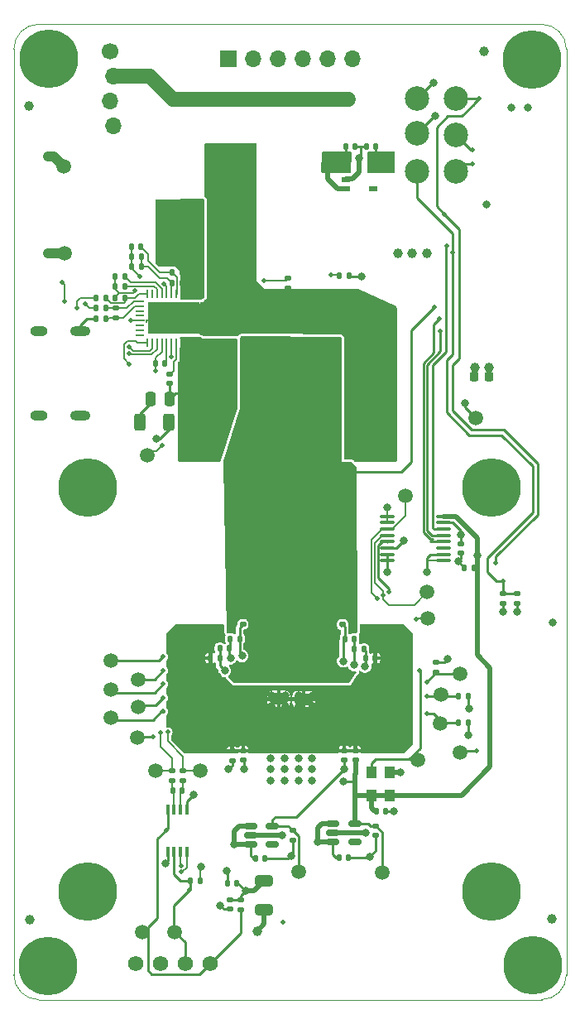
<source format=gbr>
%TF.GenerationSoftware,KiCad,Pcbnew,8.0.7*%
%TF.CreationDate,2025-01-27T23:16:30-05:00*%
%TF.ProjectId,bitaxeGamma,62697461-7865-4476-916d-6d612e6b6963,rev?*%
%TF.SameCoordinates,Original*%
%TF.FileFunction,Copper,L1,Top*%
%TF.FilePolarity,Positive*%
%FSLAX46Y46*%
G04 Gerber Fmt 4.6, Leading zero omitted, Abs format (unit mm)*
G04 Created by KiCad (PCBNEW 8.0.7) date 2025-01-27 23:16:30*
%MOMM*%
%LPD*%
G01*
G04 APERTURE LIST*
G04 Aperture macros list*
%AMRoundRect*
0 Rectangle with rounded corners*
0 $1 Rounding radius*
0 $2 $3 $4 $5 $6 $7 $8 $9 X,Y pos of 4 corners*
0 Add a 4 corners polygon primitive as box body*
4,1,4,$2,$3,$4,$5,$6,$7,$8,$9,$2,$3,0*
0 Add four circle primitives for the rounded corners*
1,1,$1+$1,$2,$3*
1,1,$1+$1,$4,$5*
1,1,$1+$1,$6,$7*
1,1,$1+$1,$8,$9*
0 Add four rect primitives between the rounded corners*
20,1,$1+$1,$2,$3,$4,$5,0*
20,1,$1+$1,$4,$5,$6,$7,0*
20,1,$1+$1,$6,$7,$8,$9,0*
20,1,$1+$1,$8,$9,$2,$3,0*%
G04 Aperture macros list end*
%TA.AperFunction,EtchedComponent*%
%ADD10C,0.000100*%
%TD*%
%TA.AperFunction,SMDPad,CuDef*%
%ADD11RoundRect,0.225000X-0.225000X-0.250000X0.225000X-0.250000X0.225000X0.250000X-0.225000X0.250000X0*%
%TD*%
%TA.AperFunction,SMDPad,CuDef*%
%ADD12R,4.100000X4.100000*%
%TD*%
%TA.AperFunction,SMDPad,CuDef*%
%ADD13RoundRect,0.250000X-0.325000X-0.650000X0.325000X-0.650000X0.325000X0.650000X-0.325000X0.650000X0*%
%TD*%
%TA.AperFunction,SMDPad,CuDef*%
%ADD14RoundRect,0.250000X-0.650000X0.325000X-0.650000X-0.325000X0.650000X-0.325000X0.650000X0.325000X0*%
%TD*%
%TA.AperFunction,SMDPad,CuDef*%
%ADD15C,1.500000*%
%TD*%
%TA.AperFunction,SMDPad,CuDef*%
%ADD16C,1.000000*%
%TD*%
%TA.AperFunction,SMDPad,CuDef*%
%ADD17R,0.250000X0.250000*%
%TD*%
%TA.AperFunction,SMDPad,CuDef*%
%ADD18RoundRect,0.140000X-0.170000X0.140000X-0.170000X-0.140000X0.170000X-0.140000X0.170000X0.140000X0*%
%TD*%
%TA.AperFunction,SMDPad,CuDef*%
%ADD19RoundRect,0.140000X0.170000X-0.140000X0.170000X0.140000X-0.170000X0.140000X-0.170000X-0.140000X0*%
%TD*%
%TA.AperFunction,SMDPad,CuDef*%
%ADD20RoundRect,0.135000X-0.185000X0.135000X-0.185000X-0.135000X0.185000X-0.135000X0.185000X0.135000X0*%
%TD*%
%TA.AperFunction,SMDPad,CuDef*%
%ADD21RoundRect,0.140000X0.140000X0.170000X-0.140000X0.170000X-0.140000X-0.170000X0.140000X-0.170000X0*%
%TD*%
%TA.AperFunction,ComponentPad*%
%ADD22C,6.000000*%
%TD*%
%TA.AperFunction,SMDPad,CuDef*%
%ADD23RoundRect,0.250000X0.312500X0.625000X-0.312500X0.625000X-0.312500X-0.625000X0.312500X-0.625000X0*%
%TD*%
%TA.AperFunction,SMDPad,CuDef*%
%ADD24RoundRect,0.150000X-0.512500X-0.150000X0.512500X-0.150000X0.512500X0.150000X-0.512500X0.150000X0*%
%TD*%
%TA.AperFunction,SMDPad,CuDef*%
%ADD25RoundRect,0.135000X-0.135000X-0.185000X0.135000X-0.185000X0.135000X0.185000X-0.135000X0.185000X0*%
%TD*%
%TA.AperFunction,SMDPad,CuDef*%
%ADD26RoundRect,0.135000X0.135000X0.185000X-0.135000X0.185000X-0.135000X-0.185000X0.135000X-0.185000X0*%
%TD*%
%TA.AperFunction,SMDPad,CuDef*%
%ADD27C,2.500000*%
%TD*%
%TA.AperFunction,SMDPad,CuDef*%
%ADD28R,1.100000X1.300000*%
%TD*%
%TA.AperFunction,SMDPad,CuDef*%
%ADD29RoundRect,0.140000X-0.140000X-0.170000X0.140000X-0.170000X0.140000X0.170000X-0.140000X0.170000X0*%
%TD*%
%TA.AperFunction,ComponentPad*%
%ADD30C,0.800000*%
%TD*%
%TA.AperFunction,SMDPad,CuDef*%
%ADD31RoundRect,0.250000X0.650000X-0.325000X0.650000X0.325000X-0.650000X0.325000X-0.650000X-0.325000X0*%
%TD*%
%TA.AperFunction,SMDPad,CuDef*%
%ADD32RoundRect,0.135000X0.185000X-0.135000X0.185000X0.135000X-0.185000X0.135000X-0.185000X-0.135000X0*%
%TD*%
%TA.AperFunction,SMDPad,CuDef*%
%ADD33R,0.400000X1.100000*%
%TD*%
%TA.AperFunction,ComponentPad*%
%ADD34R,1.700000X1.700000*%
%TD*%
%TA.AperFunction,ComponentPad*%
%ADD35O,1.700000X1.700000*%
%TD*%
%TA.AperFunction,SMDPad,CuDef*%
%ADD36RoundRect,0.100000X-0.637500X-0.100000X0.637500X-0.100000X0.637500X0.100000X-0.637500X0.100000X0*%
%TD*%
%TA.AperFunction,SMDPad,CuDef*%
%ADD37RoundRect,0.062500X0.062500X-0.337500X0.062500X0.337500X-0.062500X0.337500X-0.062500X-0.337500X0*%
%TD*%
%TA.AperFunction,SMDPad,CuDef*%
%ADD38RoundRect,0.062500X0.337500X-0.062500X0.337500X0.062500X-0.337500X0.062500X-0.337500X-0.062500X0*%
%TD*%
%TA.AperFunction,ComponentPad*%
%ADD39C,0.400000*%
%TD*%
%TA.AperFunction,SMDPad,CuDef*%
%ADD40R,5.300000X3.300000*%
%TD*%
%TA.AperFunction,SMDPad,CuDef*%
%ADD41RoundRect,0.250000X-0.250000X-0.475000X0.250000X-0.475000X0.250000X0.475000X-0.250000X0.475000X0*%
%TD*%
%TA.AperFunction,SMDPad,CuDef*%
%ADD42R,0.952500X0.558800*%
%TD*%
%TA.AperFunction,ComponentPad*%
%ADD43C,1.574800*%
%TD*%
%TA.AperFunction,ComponentPad*%
%ADD44C,1.700000*%
%TD*%
%TA.AperFunction,ComponentPad*%
%ADD45O,1.800000X1.000000*%
%TD*%
%TA.AperFunction,ComponentPad*%
%ADD46O,2.100000X1.000000*%
%TD*%
%TA.AperFunction,ViaPad*%
%ADD47C,0.800000*%
%TD*%
%TA.AperFunction,ViaPad*%
%ADD48C,1.000000*%
%TD*%
%TA.AperFunction,ViaPad*%
%ADD49C,0.500000*%
%TD*%
%TA.AperFunction,ViaPad*%
%ADD50C,1.200000*%
%TD*%
%TA.AperFunction,Conductor*%
%ADD51C,0.508000*%
%TD*%
%TA.AperFunction,Conductor*%
%ADD52C,0.254000*%
%TD*%
%TA.AperFunction,Conductor*%
%ADD53C,0.200000*%
%TD*%
%TA.AperFunction,Conductor*%
%ADD54C,1.000000*%
%TD*%
%TA.AperFunction,Conductor*%
%ADD55C,1.500000*%
%TD*%
%TA.AperFunction,Profile*%
%ADD56C,0.001000*%
%TD*%
G04 APERTURE END LIST*
%TO.C,T1*%
D10*
X90654500Y-77715000D02*
X90724500Y-77715000D01*
X90724500Y-77965000D01*
X90654500Y-77965000D01*
X90654500Y-77715000D01*
%TA.AperFunction,EtchedComponent*%
G36*
X90654500Y-77715000D02*
G01*
X90724500Y-77715000D01*
X90724500Y-77965000D01*
X90654500Y-77965000D01*
X90654500Y-77715000D01*
G37*
%TD.AperFunction*%
%TD*%
D11*
%TO.P,C6,1*%
%TO.N,/3V3*%
X124250000Y-83600000D03*
%TO.P,C6,2*%
%TO.N,GND*%
X125800000Y-83600000D03*
%TD*%
D12*
%TO.P,L1,1,1*%
%TO.N,/Power/SW*%
X96275000Y-86625000D03*
%TO.P,L1,2,2*%
%TO.N,/VDD*%
X105775000Y-86625000D03*
%TD*%
D13*
%TO.P,C20,1*%
%TO.N,/VDD*%
X108975000Y-81050000D03*
%TO.P,C20,2*%
%TO.N,GND*%
X111925000Y-81050000D03*
%TD*%
D14*
%TO.P,C51,1*%
%TO.N,/5V*%
X102800000Y-135125000D03*
%TO.P,C51,2*%
%TO.N,GND*%
X102800000Y-138075000D03*
%TD*%
D15*
%TO.P,TP19,1,1*%
%TO.N,/BM1370/1V2*%
X114860000Y-134280000D03*
%TD*%
D16*
%TO.P,FID2,*%
%TO.N,*%
X125270000Y-50310000D03*
%TD*%
%TO.P,FID4,*%
%TO.N,*%
X132260000Y-139060000D03*
%TD*%
%TO.P,FID3,*%
%TO.N,*%
X78850000Y-139070000D03*
%TD*%
D17*
%TO.P,T1,1*%
%TO.N,/Power/AGND*%
X90535000Y-77840000D03*
%TO.P,T1,2*%
%TO.N,GND*%
X90845000Y-77840000D03*
%TD*%
D18*
%TO.P,C41,2*%
%TO.N,/BM1370/VDD1_1*%
X100625000Y-108880000D03*
%TO.P,C41,1*%
%TO.N,/VDD*%
X100625000Y-107920000D03*
%TD*%
D15*
%TO.P,TP21,1,1*%
%TO.N,Net-(U8-INV_CLKO)*%
X122860000Y-121970000D03*
%TD*%
%TO.P,TP18,1,1*%
%TO.N,Net-(U8-LITE_PAD)*%
X120820000Y-119010000D03*
%TD*%
D19*
%TO.P,C42,1*%
%TO.N,Net-(U8-VDDIO_12_1)*%
X100655438Y-122810000D03*
%TO.P,C42,2*%
%TO.N,GND*%
X100655438Y-121850000D03*
%TD*%
D15*
%TO.P,TP8,1,1*%
%TO.N,/3V3*%
X124475000Y-87825000D03*
%TD*%
D20*
%TO.P,R23,1,1*%
%TO.N,/Fan/TEMP_P*%
X94520000Y-123850000D03*
%TO.P,R23,2,2*%
%TO.N,/Fan/TEMP_DP*%
X94520000Y-124870000D03*
%TD*%
D21*
%TO.P,C46,1*%
%TO.N,/BM1370/VDD2_1*%
X99230000Y-111350000D03*
%TO.P,C46,2*%
%TO.N,/BM1370/VDD3_1*%
X98270000Y-111350000D03*
%TD*%
D22*
%TO.P,H6,1,1*%
%TO.N,GND*%
X84710000Y-94910000D03*
%TD*%
D23*
%TO.P,R12,1*%
%TO.N,GND*%
X93012500Y-88210000D03*
%TO.P,R12,2*%
%TO.N,Net-(C11-Pad1)*%
X90087500Y-88210000D03*
%TD*%
D18*
%TO.P,C13,1*%
%TO.N,Net-(U2-VOSNS)*%
X87650000Y-76570000D03*
%TO.P,C13,2*%
%TO.N,Net-(U2-GOSNS)*%
X87650000Y-77530000D03*
%TD*%
D24*
%TO.P,U6,1,VIN*%
%TO.N,/5V*%
X101392500Y-129520000D03*
%TO.P,U6,2,GND*%
%TO.N,GND*%
X101392500Y-130470000D03*
%TO.P,U6,3,EN*%
%TO.N,/5V*%
X101392500Y-131420000D03*
%TO.P,U6,4,PG*%
%TO.N,unconnected-(U6-PG-Pad4)*%
X103667500Y-131420000D03*
%TO.P,U6,5,VOUT*%
%TO.N,/BM1370/0V8*%
X103667500Y-129520000D03*
%TD*%
D25*
%TO.P,R1,1*%
%TO.N,Net-(U2-BP1V5)*%
X85590000Y-75500000D03*
%TO.P,R1,2*%
%TO.N,Net-(U2-MSEL1)*%
X86610000Y-75500000D03*
%TD*%
D15*
%TO.P,TP13,1,1*%
%TO.N,/BM1370/RST_N*%
X117300000Y-95750000D03*
%TD*%
%TO.P,TP37,1,1*%
%TO.N,/Fan/FAN_TACH*%
X93610000Y-140380000D03*
%TD*%
%TO.P,TP35,1,1*%
%TO.N,/Fan/TEMP_P*%
X96280000Y-123890000D03*
%TD*%
D26*
%TO.P,R8,1*%
%TO.N,Net-(U2-EN{slash}UVLO)*%
X90260000Y-71300000D03*
%TO.P,R8,2*%
%TO.N,/Power/AGND*%
X89240000Y-71300000D03*
%TD*%
%TO.P,R11,1*%
%TO.N,/5V*%
X94390000Y-72930000D03*
%TO.P,R11,2*%
%TO.N,Net-(U2-AVIN)*%
X93370000Y-72930000D03*
%TD*%
D13*
%TO.P,C18,1*%
%TO.N,/VDD*%
X108975000Y-87590000D03*
%TO.P,C18,2*%
%TO.N,GND*%
X111925000Y-87590000D03*
%TD*%
D15*
%TO.P,TP38,1,1*%
%TO.N,/Fan/FAN_PWM*%
X90300000Y-140410000D03*
%TD*%
%TO.P,TP33,1,1*%
%TO.N,/BM1370/BO*%
X87080000Y-118492000D03*
%TD*%
%TO.P,TP3,1,1*%
%TO.N,/VDD*%
X99950000Y-93700000D03*
%TD*%
D27*
%TO.P,TP9,1,1*%
%TO.N,/ESP32/IO0*%
X122440000Y-55090000D03*
%TD*%
D22*
%TO.P,H5,1,1*%
%TO.N,GND*%
X126060000Y-136260000D03*
%TD*%
D19*
%TO.P,C45,1*%
%TO.N,Net-(U8-VDDIO_08_1)*%
X99525438Y-122820000D03*
%TO.P,C45,2*%
%TO.N,GND*%
X99525438Y-121860000D03*
%TD*%
D18*
%TO.P,C10,1*%
%TO.N,Net-(U2-VDD5)*%
X105250000Y-73520000D03*
%TO.P,C10,2*%
%TO.N,GND*%
X105250000Y-74480000D03*
%TD*%
D19*
%TO.P,C35,1*%
%TO.N,/BM1370/1V2*%
X112140000Y-122790000D03*
%TO.P,C35,2*%
%TO.N,GND*%
X112140000Y-121830000D03*
%TD*%
D13*
%TO.P,C4,1*%
%TO.N,/5V*%
X95775000Y-73400000D03*
%TO.P,C4,2*%
%TO.N,GND*%
X98725000Y-73400000D03*
%TD*%
D28*
%TO.P,U7,1,EN*%
%TO.N,/BM1370/1V2*%
X115680000Y-126370000D03*
%TO.P,U7,2,GND*%
%TO.N,GND*%
X115680000Y-124070000D03*
%TO.P,U7,3,OUT*%
%TO.N,/BM1370/CLKI*%
X113780000Y-124070000D03*
%TO.P,U7,4,VIN*%
%TO.N,/BM1370/1V2*%
X113780000Y-126370000D03*
%TD*%
D29*
%TO.P,C27,1*%
%TO.N,/5V*%
X101940000Y-132840000D03*
%TO.P,C27,2*%
%TO.N,GND*%
X102900000Y-132840000D03*
%TD*%
D30*
%TO.P,H1,1,1*%
%TO.N,GND*%
X127985010Y-51120990D03*
X128644020Y-49530000D03*
X128644020Y-52711980D03*
X130235010Y-48870990D03*
D22*
X130235010Y-51120990D03*
D30*
X130235010Y-53370990D03*
X131826000Y-49530000D03*
X131826000Y-52711980D03*
X132485010Y-51120990D03*
%TD*%
D15*
%TO.P,TP4,1,1*%
%TO.N,GND*%
X90850000Y-91625000D03*
%TD*%
D27*
%TO.P,TP11,1,1*%
%TO.N,/3V3*%
X118480000Y-58690000D03*
%TD*%
D21*
%TO.P,C29,1*%
%TO.N,GND*%
X115270000Y-128010000D03*
%TO.P,C29,2*%
%TO.N,/BM1370/1V2*%
X114310000Y-128010000D03*
%TD*%
D16*
%TO.P,FID1,*%
%TO.N,*%
X78750000Y-55900000D03*
%TD*%
D18*
%TO.P,C12,1*%
%TO.N,Net-(U2-BOOT)*%
X93100000Y-83280000D03*
%TO.P,C12,2*%
%TO.N,/Power/SW*%
X93100000Y-84240000D03*
%TD*%
D15*
%TO.P,TP14,1,1*%
%TO.N,/BM1370/CI*%
X119450000Y-105600000D03*
%TD*%
D26*
%TO.P,R19,1*%
%TO.N,GND*%
X123720000Y-118980000D03*
%TO.P,R19,2*%
%TO.N,Net-(U8-LITE_PAD)*%
X122700000Y-118980000D03*
%TD*%
D27*
%TO.P,TP5,1,1*%
%TO.N,/ESP32/EN*%
X118460000Y-62540000D03*
%TD*%
D15*
%TO.P,TP36,1,1*%
%TO.N,/Fan/TEMP_N*%
X91650000Y-123880000D03*
%TD*%
D14*
%TO.P,C43,1*%
%TO.N,/VDD*%
X104300000Y-113575000D03*
%TO.P,C43,2*%
%TO.N,GND*%
X104300000Y-116525000D03*
%TD*%
D15*
%TO.P,TP15,1,1*%
%TO.N,/BM1370/RO*%
X119550000Y-108280000D03*
%TD*%
D31*
%TO.P,C2,1*%
%TO.N,/VDD*%
X104650000Y-80050000D03*
%TO.P,C2,2*%
%TO.N,GND*%
X104650000Y-77100000D03*
%TD*%
D15*
%TO.P,TP22,1,1*%
%TO.N,/BM1370/CLKI*%
X118520000Y-122760000D03*
%TD*%
D32*
%TO.P,R25,1*%
%TO.N,/Fan/FAN_PWM*%
X100400000Y-138060000D03*
%TO.P,R25,2*%
%TO.N,/5V*%
X100400000Y-137040000D03*
%TD*%
D18*
%TO.P,C22,1*%
%TO.N,/ESP32/EN*%
X128670000Y-105770000D03*
%TO.P,C22,2*%
%TO.N,GND*%
X128670000Y-106730000D03*
%TD*%
D33*
%TO.P,U10,1,VDD*%
%TO.N,/3V3*%
X94870000Y-127840000D03*
%TO.P,U10,2,DP*%
%TO.N,/Fan/TEMP_DP*%
X94220000Y-127840000D03*
%TO.P,U10,3,DN*%
%TO.N,/Fan/TEMP_DN*%
X93570000Y-127840000D03*
%TO.P,U10,4,FAN*%
%TO.N,/Fan/FAN_PWM*%
X92920000Y-127840000D03*
%TO.P,U10,5,GND*%
%TO.N,GND*%
X92920000Y-132140000D03*
%TO.P,U10,6,ALERT/TACH*%
%TO.N,/Fan/FAN_TACH*%
X93570000Y-132140000D03*
%TO.P,U10,7,SMDATA*%
%TO.N,/SDA*%
X94220000Y-132140000D03*
%TO.P,U10,8,SMCLK*%
%TO.N,/SCL*%
X94870000Y-132140000D03*
%TD*%
D21*
%TO.P,C8,1*%
%TO.N,Net-(U2-EN{slash}UVLO)*%
X90230000Y-72350000D03*
%TO.P,C8,2*%
%TO.N,/Power/AGND*%
X89270000Y-72350000D03*
%TD*%
D25*
%TO.P,R5,1*%
%TO.N,/Power/AGND*%
X87540000Y-75500000D03*
%TO.P,R5,2*%
%TO.N,Net-(U2-MSEL1)*%
X88560000Y-75500000D03*
%TD*%
D26*
%TO.P,R6,1*%
%TO.N,Net-(U2-MSEL2)*%
X88560000Y-73300000D03*
%TO.P,R6,2*%
%TO.N,/Power/AGND*%
X87540000Y-73300000D03*
%TD*%
D15*
%TO.P,TP29,1,1*%
%TO.N,/BM1370/NRSTO*%
X87080000Y-112616000D03*
%TD*%
D24*
%TO.P,U5,1,VIN*%
%TO.N,/5V*%
X109843500Y-129279000D03*
%TO.P,U5,2,GND*%
%TO.N,GND*%
X109843500Y-130229000D03*
%TO.P,U5,3,EN*%
%TO.N,/5V*%
X109843500Y-131179000D03*
%TO.P,U5,4,PG*%
%TO.N,unconnected-(U5-PG-Pad4)*%
X112118500Y-131179000D03*
%TO.P,U5,5,VOUT*%
%TO.N,/BM1370/1V2*%
X112118500Y-129279000D03*
%TD*%
D30*
%TO.P,H3,1,1*%
%TO.N,GND*%
X128052000Y-143728000D03*
X128711010Y-142137010D03*
X128711010Y-145318990D03*
X130302000Y-141478000D03*
D22*
X130302000Y-143728000D03*
D30*
X130302000Y-145978000D03*
X131892990Y-142137010D03*
X131892990Y-145318990D03*
X132552000Y-143728000D03*
%TD*%
D18*
%TO.P,C49,1*%
%TO.N,/3V3*%
X122930000Y-100640000D03*
%TO.P,C49,2*%
%TO.N,GND*%
X122930000Y-101600000D03*
%TD*%
D15*
%TO.P,TP2,1,1*%
%TO.N,GND*%
X82310000Y-62100000D03*
%TD*%
D26*
%TO.P,R9,1*%
%TO.N,/5V*%
X94400000Y-73990000D03*
%TO.P,R9,2*%
%TO.N,Net-(U2-EN{slash}UVLO)*%
X93380000Y-73990000D03*
%TD*%
D21*
%TO.P,C23,1*%
%TO.N,/3V3*%
X114200000Y-60030000D03*
%TO.P,C23,2*%
%TO.N,GND*%
X113240000Y-60030000D03*
%TD*%
D27*
%TO.P,TP6,1,1*%
%TO.N,/ESP32/P_TX*%
X122430000Y-62540000D03*
%TD*%
D13*
%TO.P,C19,1*%
%TO.N,/VDD*%
X108975000Y-84330000D03*
%TO.P,C19,2*%
%TO.N,GND*%
X111925000Y-84330000D03*
%TD*%
D20*
%TO.P,R17,1*%
%TO.N,GND*%
X120380000Y-112750000D03*
%TO.P,R17,2*%
%TO.N,/BM1370/BI*%
X120380000Y-113770000D03*
%TD*%
D34*
%TO.P,J4,1,Pin_1*%
%TO.N,/5V*%
X99171505Y-51054000D03*
D35*
%TO.P,J4,2,Pin_2*%
%TO.N,GND*%
X101711505Y-51054000D03*
%TO.P,J4,3,Pin_3*%
%TO.N,Net-(J4-Pin_3)*%
X104251505Y-51054000D03*
%TO.P,J4,4,Pin_4*%
%TO.N,Net-(J4-Pin_4)*%
X106791505Y-51054000D03*
%TO.P,J4,5,Pin_5*%
%TO.N,Net-(J4-Pin_5)*%
X109331505Y-51054000D03*
%TO.P,J4,6,Pin_6*%
%TO.N,Net-(J4-Pin_6)*%
X111871505Y-51054000D03*
%TD*%
D15*
%TO.P,TP16,1,1*%
%TO.N,/BM1370/BI*%
X122860000Y-113980000D03*
%TD*%
%TO.P,TP34,1,1*%
%TO.N,/BM1370/PIN_MODE*%
X89860000Y-120480000D03*
%TD*%
D30*
%TO.P,H4,1,1*%
%TO.N,GND*%
X78455010Y-143830990D03*
X79114020Y-142240000D03*
X79114020Y-145421980D03*
X80705010Y-141580990D03*
D22*
X80705010Y-143830990D03*
D30*
X80705010Y-146080990D03*
X82296000Y-142240000D03*
X82296000Y-145421980D03*
X82955010Y-143830990D03*
%TD*%
D15*
%TO.P,TP1,1,1*%
%TO.N,/5V*%
X82390000Y-70940000D03*
%TD*%
D26*
%TO.P,R13,1*%
%TO.N,Net-(U2-GOSNS)*%
X86600000Y-77640000D03*
%TO.P,R13,2*%
%TO.N,GND*%
X85580000Y-77640000D03*
%TD*%
D18*
%TO.P,C53,1*%
%TO.N,/5V*%
X99300000Y-137070000D03*
%TO.P,C53,2*%
%TO.N,GND*%
X99300000Y-138030000D03*
%TD*%
D22*
%TO.P,H8,1,1*%
%TO.N,GND*%
X84710000Y-136260000D03*
%TD*%
D21*
%TO.P,C48,1*%
%TO.N,/BM1370/VDD3_1*%
X98255000Y-112350000D03*
%TO.P,C48,2*%
%TO.N,GND*%
X97295000Y-112350000D03*
%TD*%
%TO.P,C28,1*%
%TO.N,GND*%
X114155000Y-112350000D03*
%TO.P,C28,2*%
%TO.N,/BM1370/VDD3_0*%
X113195000Y-112350000D03*
%TD*%
D36*
%TO.P,U9,1,DIR1*%
%TO.N,GND*%
X115427500Y-97855000D03*
%TO.P,U9,2,DIR2*%
X115427500Y-98505000D03*
%TO.P,U9,3,A1*%
%TO.N,/BM1370/RST_N*%
X115427500Y-99155000D03*
%TO.P,U9,4,A2*%
%TO.N,/BM1370/CI*%
X115427500Y-99805000D03*
%TO.P,U9,5,A3*%
%TO.N,/BM1370/RO*%
X115427500Y-100455000D03*
%TO.P,U9,6,A4*%
%TO.N,GND*%
X115427500Y-101105000D03*
%TO.P,U9,7,DIR3*%
%TO.N,/BM1370/1V2*%
X115427500Y-101755000D03*
%TO.P,U9,8,DIR4*%
X115427500Y-102405000D03*
%TO.P,U9,9,OE*%
%TO.N,GND*%
X121152500Y-102405000D03*
%TO.P,U9,10,GND*%
X121152500Y-101755000D03*
%TO.P,U9,11,B4*%
%TO.N,unconnected-(U9-B4-Pad11)*%
X121152500Y-101105000D03*
%TO.P,U9,12,B3*%
%TO.N,/RX*%
X121152500Y-100455000D03*
%TO.P,U9,13,B2*%
%TO.N,/TX*%
X121152500Y-99805000D03*
%TO.P,U9,14,B1*%
%TO.N,/RST*%
X121152500Y-99155000D03*
%TO.P,U9,15,VCCB*%
%TO.N,/3V3*%
X121152500Y-98505000D03*
%TO.P,U9,16,VCCA*%
%TO.N,/BM1370/1V2*%
X121152500Y-97855000D03*
%TD*%
D25*
%TO.P,R24,1*%
%TO.N,/Fan/FAN_TACH*%
X95210000Y-135170000D03*
%TO.P,R24,2*%
%TO.N,/3V3*%
X96230000Y-135170000D03*
%TD*%
D29*
%TO.P,C5,1*%
%TO.N,/Power/AGND*%
X89220000Y-70300000D03*
%TO.P,C5,2*%
%TO.N,Net-(U2-AVIN)*%
X90180000Y-70300000D03*
%TD*%
D21*
%TO.P,C34,1*%
%TO.N,/BM1370/VDD2_0*%
X112030000Y-110375000D03*
%TO.P,C34,2*%
%TO.N,/BM1370/VDD1_0*%
X111070000Y-110375000D03*
%TD*%
D32*
%TO.P,R22,1,1*%
%TO.N,/Fan/TEMP_DN*%
X93380000Y-124870000D03*
%TO.P,R22,2,2*%
%TO.N,/Fan/TEMP_N*%
X93380000Y-123850000D03*
%TD*%
D13*
%TO.P,C17,1*%
%TO.N,/VDD*%
X108955000Y-90840000D03*
%TO.P,C17,2*%
%TO.N,GND*%
X111905000Y-90840000D03*
%TD*%
D29*
%TO.P,C26,1*%
%TO.N,/5V*%
X110481000Y-132739000D03*
%TO.P,C26,2*%
%TO.N,GND*%
X111441000Y-132739000D03*
%TD*%
D21*
%TO.P,C47,1*%
%TO.N,/BM1370/1V2*%
X124270000Y-103110000D03*
%TO.P,C47,2*%
%TO.N,GND*%
X123310000Y-103110000D03*
%TD*%
D19*
%TO.P,C33,1*%
%TO.N,/BM1370/0V8*%
X111000000Y-122790000D03*
%TO.P,C33,2*%
%TO.N,GND*%
X111000000Y-121830000D03*
%TD*%
D30*
%TO.P,H2,1,1*%
%TO.N,GND*%
X78558000Y-51054000D03*
X79217010Y-49463010D03*
X79217010Y-52644990D03*
X80808000Y-48804000D03*
D22*
X80808000Y-51054000D03*
D30*
X80808000Y-53304000D03*
X82398990Y-49463010D03*
X82398990Y-52644990D03*
X83058000Y-51054000D03*
%TD*%
D21*
%TO.P,C1,1*%
%TO.N,Net-(U2-DRTN)*%
X92650000Y-82220000D03*
%TO.P,C1,2*%
%TO.N,Net-(U2-BP1V5)*%
X91690000Y-82220000D03*
%TD*%
D26*
%TO.P,R18,1*%
%TO.N,GND*%
X123720000Y-116220000D03*
%TO.P,R18,2*%
%TO.N,Net-(U8-ROSC_SEL)*%
X122700000Y-116220000D03*
%TD*%
D19*
%TO.P,C36,1*%
%TO.N,/BM1370/VDD1_0*%
X110825000Y-108880000D03*
%TO.P,C36,2*%
%TO.N,/VDD*%
X110825000Y-107920000D03*
%TD*%
D15*
%TO.P,TP20,1,1*%
%TO.N,/BM1370/0V8*%
X106360000Y-134230000D03*
%TD*%
D22*
%TO.P,H7,1,1*%
%TO.N,GND*%
X126060000Y-94910000D03*
%TD*%
D15*
%TO.P,TP17,1,1*%
%TO.N,Net-(U8-ROSC_SEL)*%
X120900000Y-116060000D03*
%TD*%
%TO.P,TP30,1,1*%
%TO.N,/BM1370/CO*%
X89890000Y-114520000D03*
%TD*%
D25*
%TO.P,R15,1*%
%TO.N,/Power/PGOOD*%
X110480000Y-73250000D03*
%TO.P,R15,2*%
%TO.N,/3V3*%
X111500000Y-73250000D03*
%TD*%
D37*
%TO.P,U2,1,PGD*%
%TO.N,/Power/PGOOD*%
X90830000Y-80090000D03*
%TO.P,U2,2,PMB_DATA*%
%TO.N,/SDA*%
X91330000Y-80090000D03*
%TO.P,U2,3,PMB_CLK*%
%TO.N,/SCL*%
X91830000Y-80090000D03*
%TO.P,U2,4,BP1V5*%
%TO.N,Net-(U2-BP1V5)*%
X92330000Y-80090000D03*
%TO.P,U2,5,DRTN*%
%TO.N,Net-(U2-DRTN)*%
X92830000Y-80090000D03*
%TO.P,U2,6,SMB_ALRT*%
%TO.N,/Power/PMB_ALRT*%
X93330000Y-80090000D03*
%TO.P,U2,7,BOOT*%
%TO.N,Net-(U2-BOOT)*%
X93830000Y-80090000D03*
%TO.P,U2,8,SW*%
%TO.N,/Power/SW*%
X94330000Y-80090000D03*
%TO.P,U2,9,SW*%
X94830000Y-80090000D03*
%TO.P,U2,10,SW*%
X95330000Y-80090000D03*
%TO.P,U2,11,SW*%
X95830000Y-80090000D03*
%TO.P,U2,12,SW*%
X96330000Y-80090000D03*
D38*
%TO.P,U2,13,PGND*%
%TO.N,GND*%
X97080000Y-79340000D03*
%TO.P,U2,14,PGND*%
X97080000Y-78840000D03*
%TO.P,U2,15,PGND*%
X97080000Y-78340000D03*
%TO.P,U2,16,PGND*%
X97080000Y-77840000D03*
%TO.P,U2,17,PGND*%
X97080000Y-77340000D03*
%TO.P,U2,18,PGND*%
X97080000Y-76840000D03*
%TO.P,U2,19,PGND*%
X97080000Y-76340000D03*
%TO.P,U2,20,PGND*%
X97080000Y-75840000D03*
D37*
%TO.P,U2,21,PVIN*%
%TO.N,/5V*%
X96330000Y-75090000D03*
%TO.P,U2,22,PVIN*%
X95830000Y-75090000D03*
%TO.P,U2,23,PVIN*%
X95330000Y-75090000D03*
%TO.P,U2,24,PVIN*%
X94830000Y-75090000D03*
%TO.P,U2,25,PVIN*%
X94330000Y-75090000D03*
%TO.P,U2,26,AVIN*%
%TO.N,Net-(U2-AVIN)*%
X93830000Y-75090000D03*
%TO.P,U2,27,EN/UVLO*%
%TO.N,Net-(U2-EN{slash}UVLO)*%
X93330000Y-75090000D03*
%TO.P,U2,28,VDD5*%
%TO.N,Net-(U2-VDD5)*%
X92830000Y-75090000D03*
%TO.P,U2,29,MSEL2*%
%TO.N,Net-(U2-MSEL2)*%
X92330000Y-75090000D03*
%TO.P,U2,30,VSEL*%
%TO.N,Net-(U2-VSEL)*%
X91830000Y-75090000D03*
%TO.P,U2,31,ADRSEL*%
%TO.N,Net-(U2-ADRSEL)*%
X91330000Y-75090000D03*
%TO.P,U2,32,MSEL1*%
%TO.N,Net-(U2-MSEL1)*%
X90830000Y-75090000D03*
D38*
%TO.P,U2,33,VOSNS*%
%TO.N,Net-(U2-VOSNS)*%
X90080000Y-75840000D03*
%TO.P,U2,34,GOSNS*%
%TO.N,Net-(U2-GOSNS)*%
X90080000Y-76340000D03*
%TO.P,U2,35,VSHARE*%
%TO.N,unconnected-(U2-VSHARE-Pad35)*%
X90080000Y-76840000D03*
%TO.P,U2,36,NC*%
%TO.N,unconnected-(U2-NC-Pad36)*%
X90080000Y-77340000D03*
%TO.P,U2,37,AGND*%
%TO.N,/Power/AGND*%
X90080000Y-77840000D03*
%TO.P,U2,38,SYNC*%
%TO.N,unconnected-(U2-SYNC-Pad38)*%
X90080000Y-78340000D03*
%TO.P,U2,39,BCX_CLK*%
%TO.N,unconnected-(U2-BCX_CLK-Pad39)*%
X90080000Y-78840000D03*
%TO.P,U2,40,BCX_DAT*%
%TO.N,unconnected-(U2-BCX_DAT-Pad40)*%
X90080000Y-79340000D03*
D39*
%TO.P,U2,41,PAD*%
%TO.N,GND*%
X92180000Y-78870000D03*
X93580000Y-78870000D03*
X94980000Y-78870000D03*
X91180000Y-77590000D03*
X92180000Y-77590000D03*
X93580000Y-77590000D03*
D40*
X93580000Y-77590000D03*
D39*
X94980000Y-77590000D03*
X95980000Y-77590000D03*
X92180000Y-76310000D03*
X93580000Y-76310000D03*
X94980000Y-76310000D03*
%TD*%
D13*
%TO.P,C3,1*%
%TO.N,/5V*%
X95775000Y-70950000D03*
%TO.P,C3,2*%
%TO.N,GND*%
X98725000Y-70950000D03*
%TD*%
D21*
%TO.P,C50,1*%
%TO.N,/Fan/TEMP_DP*%
X94440000Y-125940000D03*
%TO.P,C50,2*%
%TO.N,/Fan/TEMP_DN*%
X93480000Y-125940000D03*
%TD*%
D26*
%TO.P,R10,1*%
%TO.N,Net-(U2-VSEL)*%
X88560000Y-74300000D03*
%TO.P,R10,2*%
%TO.N,/Power/AGND*%
X87540000Y-74300000D03*
%TD*%
D21*
%TO.P,C32,1*%
%TO.N,/BM1370/VDD3_0*%
X113005000Y-111425000D03*
%TO.P,C32,2*%
%TO.N,/BM1370/VDD2_0*%
X112045000Y-111425000D03*
%TD*%
D32*
%TO.P,R16,1*%
%TO.N,/3V3*%
X127240000Y-106770000D03*
%TO.P,R16,2*%
%TO.N,/ESP32/EN*%
X127240000Y-105750000D03*
%TD*%
D21*
%TO.P,C52,1*%
%TO.N,/5V*%
X100030000Y-135350000D03*
%TO.P,C52,2*%
%TO.N,GND*%
X99070000Y-135350000D03*
%TD*%
D41*
%TO.P,C11,1*%
%TO.N,Net-(C11-Pad1)*%
X91190000Y-85860000D03*
%TO.P,C11,2*%
%TO.N,/Power/SW*%
X93090000Y-85860000D03*
%TD*%
D29*
%TO.P,C21,1*%
%TO.N,/5V*%
X111140000Y-60030000D03*
%TO.P,C21,2*%
%TO.N,GND*%
X112100000Y-60030000D03*
%TD*%
D15*
%TO.P,TP31,1,1*%
%TO.N,/BM1370/RI*%
X87080000Y-115554000D03*
%TD*%
D27*
%TO.P,TP7,1,1*%
%TO.N,/ESP32/P_RX*%
X122420000Y-58830000D03*
%TD*%
D15*
%TO.P,TP32,1,1*%
%TO.N,/BM1370/CLKO*%
X89890000Y-117310000D03*
%TD*%
D25*
%TO.P,R14,1*%
%TO.N,/VDD*%
X85580000Y-76570000D03*
%TO.P,R14,2*%
%TO.N,Net-(U2-VOSNS)*%
X86600000Y-76570000D03*
%TD*%
D18*
%TO.P,C30,1*%
%TO.N,/BM1370/1V2*%
X114240000Y-129540000D03*
%TO.P,C30,2*%
%TO.N,GND*%
X114240000Y-130500000D03*
%TD*%
D14*
%TO.P,C54,1*%
%TO.N,/VDD*%
X106850000Y-113600000D03*
%TO.P,C54,2*%
%TO.N,GND*%
X106850000Y-116550000D03*
%TD*%
D21*
%TO.P,C44,1*%
%TO.N,/BM1370/VDD1_1*%
X100305000Y-110375000D03*
%TO.P,C44,2*%
%TO.N,/BM1370/VDD2_1*%
X99345000Y-110375000D03*
%TD*%
D42*
%TO.P,U3,1,VIN*%
%TO.N,/5V*%
X111185050Y-62440200D03*
%TO.P,U3,2,GND*%
%TO.N,GND*%
X111185050Y-63380000D03*
%TO.P,U3,3,EN*%
%TO.N,/5V*%
X111185050Y-64319800D03*
%TO.P,U3,4,NC*%
%TO.N,unconnected-(U3-NC-Pad4)*%
X113940950Y-64319800D03*
%TO.P,U3,5,VOUT*%
%TO.N,/3V3*%
X113940950Y-62440200D03*
%TD*%
D27*
%TO.P,TP10,1,1*%
%TO.N,GND*%
X118480000Y-55140000D03*
%TD*%
D18*
%TO.P,C31,1*%
%TO.N,/BM1370/0V8*%
X105750000Y-129990000D03*
%TO.P,C31,2*%
%TO.N,GND*%
X105750000Y-130950000D03*
%TD*%
D43*
%TO.P,J6,1,Pin_1*%
%TO.N,GND*%
X89621000Y-143622000D03*
%TO.P,J6,2,Pin_2*%
%TO.N,/5V*%
X92161000Y-143622000D03*
%TO.P,J6,3,Pin_3*%
%TO.N,/Fan/FAN_TACH*%
X94701000Y-143622000D03*
%TO.P,J6,4,Pin_4*%
%TO.N,/Fan/FAN_PWM*%
X97241000Y-143622000D03*
%TD*%
D44*
%TO.P,J3,1,Pin_1*%
%TO.N,GND*%
X87005000Y-50292000D03*
D35*
%TO.P,J3,2,Pin_2*%
%TO.N,/3V3*%
X87405000Y-52832000D03*
%TO.P,J3,3,Pin_3*%
%TO.N,/SCL*%
X87005000Y-55372000D03*
%TO.P,J3,4,Pin_4*%
%TO.N,/SDA*%
X87405000Y-57912000D03*
%TD*%
D45*
%TO.P,J5,S1,SHIELD*%
%TO.N,GND*%
X79790000Y-87580000D03*
D46*
X83970000Y-87580000D03*
D45*
X79790000Y-78940000D03*
D46*
X83970000Y-78940000D03*
%TD*%
D47*
%TO.N,/VDD*%
X105683334Y-107750000D03*
X108350000Y-107750000D03*
X103016668Y-107750000D03*
X103000000Y-109550000D03*
X108333332Y-109550000D03*
X105666666Y-109550000D03*
X105683334Y-105900000D03*
X100016668Y-105900000D03*
X103016668Y-105900000D03*
X108350000Y-105900000D03*
X111016668Y-105900000D03*
X105633334Y-103750000D03*
X99966668Y-103750000D03*
X102966668Y-103750000D03*
X108300000Y-103750000D03*
X110966668Y-103750000D03*
X105633334Y-101400000D03*
X99966668Y-101400000D03*
X102966668Y-101400000D03*
X108300000Y-101400000D03*
X110966668Y-101400000D03*
X105633334Y-99400000D03*
X99966668Y-99400000D03*
X102966668Y-99400000D03*
X108300000Y-99400000D03*
X110966668Y-99400000D03*
%TO.N,GND*%
X103575000Y-118425000D03*
X104983333Y-119600000D03*
X107800000Y-119600000D03*
X106391666Y-118425000D03*
X107783333Y-117300000D03*
X104966666Y-117300000D03*
X106391666Y-119600000D03*
X104983333Y-118425000D03*
X103558333Y-117300000D03*
X106374999Y-116125000D03*
X106374999Y-117300000D03*
X107783333Y-116125000D03*
X104966666Y-116125000D03*
X107800000Y-118425000D03*
X103558333Y-116125000D03*
X103575000Y-119600000D03*
%TO.N,/VDD*%
X100000000Y-97500000D03*
X108333332Y-97500000D03*
X111000000Y-97500000D03*
X103000000Y-97500000D03*
X105666666Y-97500000D03*
X103100000Y-112000000D03*
X106850000Y-111980000D03*
X108125000Y-110875000D03*
X103100000Y-110900000D03*
X104350000Y-110900000D03*
X106850000Y-110880000D03*
X108125000Y-111975000D03*
X105600000Y-112000000D03*
X105600000Y-110900000D03*
X104350000Y-112000000D03*
X108125000Y-114175000D03*
X103100000Y-113100000D03*
X106850000Y-113080000D03*
X103100000Y-114200000D03*
X108125000Y-113075000D03*
X104350000Y-114200000D03*
X106850000Y-114180000D03*
X104350000Y-113100000D03*
X105600000Y-113100000D03*
X105600000Y-114200000D03*
%TO.N,GND*%
X112180000Y-119260000D03*
X98800000Y-61660000D03*
X113580000Y-132650000D03*
X99800000Y-75550000D03*
X98050000Y-114260000D03*
X98800000Y-65700000D03*
X103500000Y-123700000D03*
X100050000Y-65750000D03*
X112180000Y-120800000D03*
X106316666Y-123700000D03*
X107725000Y-124875000D03*
X101350000Y-62720000D03*
X104908333Y-124875000D03*
X100050000Y-61710000D03*
X111900000Y-87400000D03*
X98800000Y-63680000D03*
X104640000Y-130470000D03*
X105540000Y-132550000D03*
D48*
X116540000Y-70920000D03*
D47*
X103500000Y-124875000D03*
X125600000Y-65940000D03*
X116770000Y-124080000D03*
D49*
X92400000Y-90600000D03*
D47*
X102550000Y-76750000D03*
X103483333Y-121400000D03*
X100050000Y-62720000D03*
X98800000Y-60650000D03*
X107725000Y-123700000D03*
X115350000Y-112400000D03*
X123750000Y-117530000D03*
X111900000Y-89050000D03*
X101350000Y-60700000D03*
X97600000Y-64640000D03*
X99800000Y-76700000D03*
X107708333Y-121400000D03*
X101100000Y-77950000D03*
X98954400Y-134128017D03*
X116050000Y-128010000D03*
X98800000Y-62670000D03*
X120175000Y-53550000D03*
X128130000Y-56090000D03*
X112980000Y-114270000D03*
D48*
X80680000Y-61050000D03*
X102100000Y-140255600D03*
D47*
X101350000Y-63730000D03*
X104891666Y-121400000D03*
X91790000Y-89910000D03*
X112000000Y-86150000D03*
X117090000Y-100360000D03*
X121580000Y-112400000D03*
X101350000Y-61710000D03*
X111860000Y-83000000D03*
X106299999Y-122575000D03*
X111850000Y-85100000D03*
X122640000Y-102460000D03*
X98331421Y-137649999D03*
X100050000Y-60700000D03*
X113180000Y-130220000D03*
D48*
X117910000Y-70950000D03*
D47*
X119440000Y-103510000D03*
X99370000Y-119240000D03*
X111900000Y-90200000D03*
X100050000Y-64740000D03*
X123710000Y-120230000D03*
X111900000Y-91400000D03*
X96125000Y-112350000D03*
X101100000Y-75550000D03*
X98500000Y-77950000D03*
X98800000Y-64690000D03*
X106299999Y-121400000D03*
X103483333Y-122575000D03*
X97600000Y-62620000D03*
X98440000Y-121490000D03*
X92680000Y-133370000D03*
X100050000Y-63730000D03*
X128690000Y-107620000D03*
X104908333Y-123700000D03*
X97600000Y-60600000D03*
X112512000Y-61250000D03*
X98500000Y-76700000D03*
X104560000Y-75650000D03*
X97600000Y-63630000D03*
X99800000Y-77950000D03*
X101100000Y-76700000D03*
D48*
X119454234Y-70914234D03*
D47*
X97600000Y-61610000D03*
D48*
X125800000Y-82625000D03*
D47*
X101350000Y-64740000D03*
X97600000Y-65650000D03*
X102550000Y-78000000D03*
X115440000Y-96940000D03*
X106316666Y-124875000D03*
X104891666Y-122575000D03*
X107708333Y-122575000D03*
X102550000Y-75600000D03*
X101350000Y-65750000D03*
X132297000Y-108743000D03*
X98500000Y-75550000D03*
%TO.N,/VDD*%
X102375000Y-83225000D03*
D49*
X120250000Y-76450000D03*
D47*
X104775000Y-83225000D03*
D49*
X84500000Y-76160000D03*
D47*
X101425000Y-85250000D03*
X103900000Y-85250000D03*
X102650000Y-85250000D03*
X102375000Y-82125000D03*
X104775000Y-82125000D03*
X103625000Y-83225000D03*
X103625000Y-82125000D03*
X106025000Y-82125000D03*
X105050000Y-85250000D03*
X101150000Y-82125000D03*
X101150000Y-83225000D03*
D49*
%TO.N,/ESP32/EN*%
X122101300Y-70905000D03*
X127228000Y-104448000D03*
D47*
%TO.N,/5V*%
X93620000Y-68280000D03*
X94750000Y-68300000D03*
X92350000Y-66250000D03*
X93600000Y-69250000D03*
X93600000Y-71200000D03*
X92350000Y-68300000D03*
X96020000Y-66230000D03*
D50*
X109280000Y-61185155D03*
D47*
X108290000Y-131179000D03*
X93600000Y-67250000D03*
X92350000Y-70250000D03*
X99710000Y-131420000D03*
X96000000Y-67250000D03*
X94730000Y-67270000D03*
X94750000Y-66250000D03*
D48*
X80680000Y-70950000D03*
D47*
X93620000Y-70230000D03*
X92330000Y-71220000D03*
X96020000Y-68280000D03*
X92330000Y-69270000D03*
X100900000Y-136150000D03*
X93620000Y-66230000D03*
X92330000Y-67270000D03*
D49*
X104700000Y-139400000D03*
D47*
X96000000Y-69250000D03*
X94730000Y-69270000D03*
%TO.N,/3V3*%
X129830000Y-56090000D03*
D48*
X124375000Y-82650000D03*
D47*
X123394000Y-86260000D03*
X112800000Y-73300000D03*
X96380000Y-133670000D03*
D50*
X111440000Y-55180000D03*
D47*
X122930000Y-99700000D03*
X120300000Y-56925000D03*
X127250000Y-107630000D03*
D48*
X115370000Y-61560000D03*
D47*
X95560000Y-126330000D03*
D49*
%TO.N,/TX*%
X120850000Y-78875000D03*
%TO.N,/RX*%
X120750000Y-77650000D03*
%TO.N,/RST*%
X121476817Y-70170000D03*
%TO.N,/SCL*%
X94317599Y-134229617D03*
X88970000Y-81220000D03*
%TO.N,/Fan/FAN_PWM*%
X92755000Y-129945000D03*
%TO.N,/Power/SW*%
X94825000Y-85195000D03*
X96210000Y-80950000D03*
X97018750Y-85195000D03*
X97870000Y-80950000D03*
X98700000Y-80950000D03*
X95380000Y-80950000D03*
X96287500Y-85195000D03*
X97750000Y-85195000D03*
X94550000Y-80950000D03*
X97040000Y-80950000D03*
X95556250Y-85195000D03*
%TO.N,Net-(U2-BP1V5)*%
X91690000Y-82980000D03*
X83660000Y-76570000D03*
%TO.N,/ESP32/P_TX*%
X124125000Y-61850000D03*
%TO.N,/ESP32/P_RX*%
X124125000Y-60375000D03*
%TO.N,/ESP32/IO0*%
X121244400Y-66945600D03*
X124830000Y-55100000D03*
X126520000Y-102640000D03*
%TO.N,Net-(U2-VDD5)*%
X92570000Y-74110000D03*
X102820000Y-73740000D03*
%TO.N,/Power/PGOOD*%
X89020000Y-82280000D03*
X109600000Y-73150000D03*
%TO.N,/SDA*%
X82130000Y-73910000D03*
X94340000Y-133580000D03*
X88990000Y-80510000D03*
X82390000Y-75900000D03*
D47*
%TO.N,Net-(U8-VDDIO_12_1)*%
X100770000Y-123700000D03*
%TO.N,Net-(U8-VDDIO_08_1)*%
X99180000Y-123710000D03*
D49*
%TO.N,Net-(U8-ROSC_SEL)*%
X119430000Y-116250000D03*
%TO.N,Net-(U8-LITE_PAD)*%
X119420000Y-118020000D03*
%TO.N,Net-(U8-INV_CLKO)*%
X124540000Y-121820000D03*
%TO.N,/Fan/TEMP_N*%
X92180000Y-119960000D03*
%TO.N,/Fan/TEMP_P*%
X92940000Y-119930000D03*
%TO.N,/Power/AGND*%
X89170000Y-77830000D03*
X90050000Y-73300000D03*
X89550000Y-74800000D03*
%TO.N,/Power/PMB_ALRT*%
X93330000Y-81550000D03*
D47*
%TO.N,/BM1370/VDD3_0*%
X113125000Y-113200000D03*
%TO.N,/BM1370/1V2*%
X110950000Y-124990000D03*
X124600000Y-101830000D03*
X115430000Y-103510000D03*
%TO.N,/BM1370/0V8*%
X110970000Y-123700000D03*
%TO.N,/BM1370/VDD2_0*%
X112017500Y-113042500D03*
%TO.N,/BM1370/VDD1_0*%
X110892500Y-112667500D03*
%TO.N,/BM1370/VDD1_1*%
X100540000Y-112125000D03*
%TO.N,/BM1370/VDD2_1*%
X99360000Y-112350000D03*
%TO.N,/BM1370/VDD3_1*%
X98767500Y-113657500D03*
D49*
%TO.N,/BM1370/BI*%
X119420000Y-114790000D03*
%TO.N,/BM1370/RST_N*%
X114380000Y-106220000D03*
%TO.N,/BM1370/CI*%
X115000536Y-105929128D03*
%TO.N,/BM1370/RO*%
X115575000Y-105625000D03*
X118320000Y-108370000D03*
%TO.N,/BM1370/CLKI*%
X118740000Y-113660000D03*
%TO.N,/BM1370/NRSTO*%
X92480000Y-112210000D03*
%TO.N,/BM1370/CO*%
X92480000Y-113611428D03*
%TO.N,/BM1370/RI*%
X92480000Y-115012856D03*
%TO.N,/BM1370/CLKO*%
X92480000Y-116414284D03*
%TO.N,/BM1370/BO*%
X92480000Y-117815712D03*
%TO.N,/BM1370/PIN_MODE*%
X91400000Y-120430000D03*
%TO.N,/Fan/FAN_TACH*%
X95170000Y-136070000D03*
%TD*%
D51*
%TO.N,GND*%
X125800000Y-82625000D02*
X125800000Y-83600000D01*
%TO.N,/3V3*%
X124375000Y-83475000D02*
X124250000Y-83600000D01*
X124375000Y-82650000D02*
X124375000Y-83475000D01*
D52*
%TO.N,/VDD*%
X116810000Y-93340000D02*
X107510000Y-93340000D01*
X117875000Y-92275000D02*
X116810000Y-93340000D01*
X120250000Y-76450000D02*
X117875000Y-78825000D01*
X117875000Y-78825000D02*
X117875000Y-92275000D01*
%TO.N,/RX*%
X119795000Y-100455000D02*
X121152500Y-100455000D01*
X120089400Y-100160600D02*
X119795000Y-100455000D01*
X119827706Y-100160600D02*
X120089400Y-100160600D01*
X119118600Y-99451494D02*
X119827706Y-100160600D01*
X119118600Y-82206906D02*
X119118600Y-99451494D01*
X120175000Y-81150506D02*
X119118600Y-82206906D01*
X120175000Y-78225000D02*
X120175000Y-81150506D01*
X120750000Y-77650000D02*
X120175000Y-78225000D01*
%TO.N,/TX*%
X119975000Y-99805000D02*
X121152500Y-99805000D01*
X119474200Y-99304200D02*
X119975000Y-99805000D01*
X120850000Y-78875000D02*
X120850000Y-80978400D01*
X120850000Y-80978400D02*
X119474200Y-82354200D01*
X119474200Y-82354200D02*
X119474200Y-99304200D01*
D53*
%TO.N,GND*%
X91780000Y-91220000D02*
X91255000Y-91220000D01*
X91255000Y-91220000D02*
X90850000Y-91625000D01*
X92400000Y-90600000D02*
X91780000Y-91220000D01*
X112640000Y-61122000D02*
X112512000Y-61250000D01*
D51*
X111185050Y-63380000D02*
X111189050Y-63376000D01*
D52*
X85580000Y-77640000D02*
X84680000Y-77640000D01*
X119775000Y-101755000D02*
X121152500Y-101755000D01*
X123310000Y-103110000D02*
X123290000Y-103110000D01*
D53*
X121152500Y-102405000D02*
X119445000Y-102405000D01*
D51*
X111189050Y-63376000D02*
X111824000Y-63376000D01*
D53*
X119445000Y-102405000D02*
X119440000Y-102410000D01*
D52*
X123720000Y-116220000D02*
X123720000Y-117500000D01*
X119440000Y-102090000D02*
X119775000Y-101755000D01*
D54*
X80680000Y-61050000D02*
X81260000Y-61050000D01*
D51*
X115690000Y-124080000D02*
X115680000Y-124070000D01*
D52*
X121230000Y-112750000D02*
X121580000Y-112400000D01*
X120070000Y-53550000D02*
X118480000Y-55140000D01*
D51*
X101392500Y-130470000D02*
X104640000Y-130470000D01*
X83850000Y-87700000D02*
X83970000Y-87580000D01*
D52*
X116050000Y-128010000D02*
X115440000Y-128010000D01*
X120380000Y-112750000D02*
X121230000Y-112750000D01*
D53*
X115440000Y-98492500D02*
X115427500Y-98505000D01*
D52*
X83970000Y-78350000D02*
X83970000Y-78940000D01*
X123720000Y-120220000D02*
X123710000Y-120230000D01*
X84680000Y-77640000D02*
X83970000Y-78350000D01*
D51*
X102100000Y-140255600D02*
X102800000Y-139555600D01*
D52*
X112650000Y-60030000D02*
X112650000Y-61112000D01*
X112100000Y-60030000D02*
X112650000Y-60030000D01*
X123290000Y-103110000D02*
X122640000Y-102460000D01*
X119440000Y-103510000D02*
X119440000Y-102410000D01*
X111441000Y-132739000D02*
X113491000Y-132739000D01*
X102900000Y-132840000D02*
X105250000Y-132840000D01*
D51*
X109852500Y-130220000D02*
X109843500Y-130229000D01*
D52*
X128670000Y-106730000D02*
X128670000Y-107600000D01*
X115427500Y-101105000D02*
X116345000Y-101105000D01*
X92920000Y-133130000D02*
X92680000Y-133370000D01*
X99070000Y-134243617D02*
X99070000Y-135350000D01*
X114240000Y-131990000D02*
X113580000Y-132650000D01*
X123720000Y-118980000D02*
X123720000Y-120220000D01*
X112650000Y-61112000D02*
X112512000Y-61250000D01*
X105250000Y-132840000D02*
X105540000Y-132550000D01*
X114240000Y-130500000D02*
X114240000Y-131990000D01*
X113491000Y-132739000D02*
X113580000Y-132650000D01*
X91790000Y-89910000D02*
X92112500Y-89910000D01*
X115422500Y-101110000D02*
X115427500Y-101105000D01*
X122930000Y-101600000D02*
X122930000Y-102170000D01*
X105750000Y-132340000D02*
X105540000Y-132550000D01*
D54*
X81260000Y-61050000D02*
X82310000Y-62100000D01*
D52*
X98331421Y-137649999D02*
X98711422Y-138030000D01*
X98954400Y-134128017D02*
X99070000Y-134243617D01*
D51*
X112512000Y-62688000D02*
X112512000Y-61250000D01*
D52*
X112650000Y-60030000D02*
X113240000Y-60030000D01*
X115440000Y-97842500D02*
X115427500Y-97855000D01*
X92112500Y-89910000D02*
X93182500Y-88840000D01*
X98711422Y-138030000D02*
X99300000Y-138030000D01*
X120175000Y-53550000D02*
X120070000Y-53550000D01*
D53*
X128670000Y-107600000D02*
X128690000Y-107620000D01*
X115440000Y-96940000D02*
X115440000Y-98492500D01*
D51*
X113180000Y-130220000D02*
X109852500Y-130220000D01*
X102800000Y-139555600D02*
X102800000Y-138075000D01*
D52*
X92920000Y-132140000D02*
X92920000Y-133130000D01*
X119440000Y-102410000D02*
X119440000Y-102090000D01*
X122930000Y-102170000D02*
X122640000Y-102460000D01*
X105750000Y-130950000D02*
X105750000Y-132340000D01*
D51*
X116770000Y-124080000D02*
X115690000Y-124080000D01*
D52*
X123720000Y-117500000D02*
X123750000Y-117530000D01*
X116345000Y-101105000D02*
X117090000Y-100360000D01*
D51*
X111824000Y-63376000D02*
X112512000Y-62688000D01*
D53*
%TO.N,/VDD*%
X84910000Y-76570000D02*
X84500000Y-76160000D01*
X85580000Y-76570000D02*
X84910000Y-76570000D01*
D52*
%TO.N,/ESP32/EN*%
X130320000Y-92750000D02*
X127110000Y-89540000D01*
X126588000Y-104448000D02*
X125670000Y-103530000D01*
X127110000Y-89540000D02*
X123820000Y-89540000D01*
X123820000Y-89540000D02*
X121520000Y-87240000D01*
X128670000Y-105770000D02*
X127260000Y-105770000D01*
X127228000Y-104448000D02*
X126588000Y-104448000D01*
X125670000Y-103530000D02*
X125670000Y-102100000D01*
X122101300Y-68911300D02*
X122101300Y-70905000D01*
X127260000Y-105770000D02*
X127240000Y-105750000D01*
X127228000Y-105738000D02*
X127240000Y-105750000D01*
X118460000Y-65270000D02*
X122101300Y-68911300D01*
X122101300Y-81288700D02*
X122101300Y-70905000D01*
X125670000Y-102100000D02*
X130320000Y-97450000D01*
X130320000Y-97450000D02*
X130320000Y-92750000D01*
X121520000Y-81870000D02*
X122101300Y-81288700D01*
X127228000Y-104448000D02*
X127228000Y-105738000D01*
X121520000Y-87240000D02*
X121520000Y-81870000D01*
X118460000Y-62540000D02*
X118460000Y-65270000D01*
%TO.N,/5V*%
X111051000Y-64453850D02*
X111185050Y-64319800D01*
X111140000Y-60030000D02*
X111140000Y-60850000D01*
D51*
X99710000Y-130060000D02*
X100250000Y-129520000D01*
X109280000Y-63317000D02*
X110282800Y-64319800D01*
D52*
X109843500Y-132443500D02*
X109843500Y-131179000D01*
D51*
X99710000Y-131420000D02*
X99710000Y-130060000D01*
X101775000Y-136150000D02*
X102800000Y-135125000D01*
D52*
X101690000Y-132840000D02*
X101392500Y-132542500D01*
D51*
X99710000Y-131420000D02*
X101392500Y-131420000D01*
D52*
X110481000Y-132739000D02*
X110139000Y-132739000D01*
D51*
X100250000Y-129520000D02*
X101392500Y-129520000D01*
D52*
X100400000Y-137050000D02*
X100400000Y-137040000D01*
X100380000Y-137070000D02*
X100400000Y-137050000D01*
X101392500Y-132542500D02*
X101392500Y-131420000D01*
D51*
X108290000Y-131179000D02*
X108290000Y-129730000D01*
D52*
X99300000Y-137070000D02*
X100380000Y-137070000D01*
X100400000Y-136650000D02*
X100400000Y-137040000D01*
X101940000Y-132840000D02*
X101690000Y-132840000D01*
D51*
X108290000Y-129730000D02*
X108741000Y-129279000D01*
D52*
X100900000Y-136150000D02*
X100100000Y-135350000D01*
X100100000Y-135350000D02*
X100030000Y-135350000D01*
D51*
X110282800Y-64319800D02*
X111185050Y-64319800D01*
D52*
X100900000Y-136150000D02*
X100400000Y-136650000D01*
X110139000Y-132739000D02*
X109843500Y-132443500D01*
D54*
X80690000Y-70940000D02*
X80680000Y-70950000D01*
D51*
X108290000Y-131179000D02*
X109843500Y-131179000D01*
D52*
X111140000Y-60850000D02*
X111150000Y-60860000D01*
D51*
X108741000Y-129279000D02*
X109843500Y-129279000D01*
D54*
X82390000Y-70940000D02*
X80690000Y-70940000D01*
D51*
X109280000Y-61185155D02*
X109280000Y-63317000D01*
X100900000Y-136150000D02*
X101775000Y-136150000D01*
D52*
%TO.N,/3V3*%
X94870000Y-127840000D02*
X94870000Y-127020000D01*
D55*
X91132000Y-52832000D02*
X93480000Y-55180000D01*
D52*
X122095000Y-98505000D02*
X122930000Y-99340000D01*
X123394000Y-86744000D02*
X123394000Y-86260000D01*
X124475000Y-87825000D02*
X123394000Y-86744000D01*
X121152500Y-98505000D02*
X122095000Y-98505000D01*
X112800000Y-73300000D02*
X111550000Y-73300000D01*
X111550000Y-73300000D02*
X111500000Y-73250000D01*
X120300000Y-56925000D02*
X120245000Y-56925000D01*
X96380000Y-133670000D02*
X96380000Y-133910000D01*
X127250000Y-106780000D02*
X127240000Y-106770000D01*
X120245000Y-56925000D02*
X118480000Y-58690000D01*
D51*
X124375000Y-82650000D02*
X124375000Y-82875000D01*
D55*
X93480000Y-55180000D02*
X111440000Y-55180000D01*
D53*
X96230000Y-135170000D02*
X96230000Y-133820000D01*
D52*
X94870000Y-127020000D02*
X95560000Y-126330000D01*
X114200000Y-60030000D02*
X114200000Y-60910000D01*
D55*
X91132000Y-52832000D02*
X87355000Y-52832000D01*
D52*
X122930000Y-99340000D02*
X122930000Y-99700000D01*
X122930000Y-100640000D02*
X122930000Y-99700000D01*
D53*
X96230000Y-133820000D02*
X96380000Y-133670000D01*
D52*
X127250000Y-107630000D02*
X127250000Y-106780000D01*
%TO.N,/RST*%
X120030000Y-82370000D02*
X120030000Y-99010000D01*
X121476817Y-70170000D02*
X121410000Y-70236817D01*
X121410000Y-80990000D02*
X120030000Y-82370000D01*
X121410000Y-70236817D02*
X121410000Y-80990000D01*
X120030000Y-99010000D02*
X120175000Y-99155000D01*
X120175000Y-99155000D02*
X121152500Y-99155000D01*
D53*
%TO.N,/SCL*%
X88970000Y-81220000D02*
X89070000Y-81320000D01*
X94397490Y-134229617D02*
X94317599Y-134229617D01*
X89070000Y-81320000D02*
X91310000Y-81320000D01*
X94870000Y-133757107D02*
X94397490Y-134229617D01*
X94870000Y-132140000D02*
X94870000Y-133757107D01*
X91310000Y-81320000D02*
X91830000Y-80800000D01*
X91830000Y-80800000D02*
X91830000Y-80090000D01*
D52*
%TO.N,/Fan/FAN_PWM*%
X90900000Y-144171600D02*
X90900000Y-144090000D01*
X90900000Y-144090000D02*
X90900000Y-139900000D01*
X96153000Y-144710000D02*
X97241000Y-143622000D01*
X91890000Y-130810000D02*
X92755000Y-129945000D01*
X90900000Y-139900000D02*
X91890000Y-138910000D01*
X89800000Y-140410000D02*
X89850000Y-140460000D01*
X92755000Y-129945000D02*
X92920000Y-129780000D01*
X100400000Y-138060000D02*
X100400000Y-140463000D01*
X92920000Y-129780000D02*
X92920000Y-127840000D01*
X90900000Y-144090000D02*
X90900000Y-144310000D01*
X91300000Y-144710000D02*
X96153000Y-144710000D01*
X100400000Y-140463000D02*
X97241000Y-143622000D01*
X90900000Y-144310000D02*
X91300000Y-144710000D01*
X91890000Y-138910000D02*
X91890000Y-130810000D01*
%TO.N,/Power/SW*%
X93110000Y-85840000D02*
X93090000Y-85860000D01*
X93110000Y-84350000D02*
X93110000Y-85840000D01*
D53*
X96280000Y-85270000D02*
X96295000Y-85255000D01*
X95990000Y-85560000D02*
X96295000Y-85255000D01*
D52*
X95825000Y-85255000D02*
X96295000Y-85255000D01*
X93090000Y-85860000D02*
X93695000Y-85255000D01*
X93695000Y-85255000D02*
X94850000Y-85255000D01*
X94850000Y-85255000D02*
X95825000Y-85255000D01*
D53*
X95800000Y-85750000D02*
X96295000Y-85255000D01*
D52*
X95950000Y-85600000D02*
X96295000Y-85255000D01*
D53*
%TO.N,Net-(U2-DRTN)*%
X92830000Y-82040000D02*
X92650000Y-82220000D01*
X92830000Y-80090000D02*
X92830000Y-82040000D01*
%TO.N,Net-(U2-BP1V5)*%
X83660000Y-75850000D02*
X83660000Y-76570000D01*
X84010000Y-75500000D02*
X83660000Y-75850000D01*
X91690000Y-82980000D02*
X91690000Y-82220000D01*
X92330000Y-80090000D02*
X92330000Y-81020000D01*
X92330000Y-81020000D02*
X91690000Y-81660000D01*
X91690000Y-81660000D02*
X91690000Y-82220000D01*
X85590000Y-75500000D02*
X84010000Y-75500000D01*
%TO.N,Net-(U2-AVIN)*%
X90930000Y-71730000D02*
X90930000Y-71050000D01*
X93370000Y-72930000D02*
X92130000Y-72930000D01*
X93830000Y-75090000D02*
X93851600Y-75068400D01*
X92130000Y-72930000D02*
X90930000Y-71730000D01*
X93851600Y-73411600D02*
X93370000Y-72930000D01*
X90930000Y-71050000D02*
X90180000Y-70300000D01*
X93851600Y-75068400D02*
X93851600Y-73411600D01*
%TO.N,Net-(U2-EN{slash}UVLO)*%
X90940000Y-72350000D02*
X90230000Y-72350000D01*
X90260000Y-71300000D02*
X90230000Y-71330000D01*
X93330000Y-75090000D02*
X93330000Y-74040000D01*
X93330000Y-74040000D02*
X93380000Y-73990000D01*
X93380000Y-73990000D02*
X92900000Y-73510000D01*
X90230000Y-71330000D02*
X90230000Y-72350000D01*
X92100000Y-73510000D02*
X90940000Y-72350000D01*
X92900000Y-73510000D02*
X92100000Y-73510000D01*
D52*
%TO.N,/ESP32/P_TX*%
X123120000Y-61850000D02*
X122430000Y-62540000D01*
X124125000Y-61850000D02*
X123120000Y-61850000D01*
%TO.N,/ESP32/P_RX*%
X124125000Y-60375000D02*
X123965000Y-60375000D01*
X123965000Y-60375000D02*
X122420000Y-58830000D01*
%TO.N,/ESP32/IO0*%
X120440000Y-66141200D02*
X120440000Y-58060000D01*
X124260000Y-55677000D02*
X124260000Y-55670000D01*
X130780000Y-97690000D02*
X130780000Y-92490000D01*
X122780700Y-68481900D02*
X121244400Y-66945600D01*
X130780000Y-92490000D02*
X127320000Y-89030000D01*
X124260000Y-55670000D02*
X124830000Y-55100000D01*
X122050000Y-82400000D02*
X122780700Y-81669300D01*
X124830000Y-55100000D02*
X122450000Y-55100000D01*
X122050000Y-87060000D02*
X122050000Y-82400000D01*
X126520000Y-102640000D02*
X126520000Y-101950000D01*
X122780700Y-81669300D02*
X122780700Y-68481900D01*
X126520000Y-101950000D02*
X130780000Y-97690000D01*
X122450000Y-55100000D02*
X122440000Y-55090000D01*
X127320000Y-89030000D02*
X124020000Y-89030000D01*
X121244400Y-66945600D02*
X120440000Y-66141200D01*
X124020000Y-89030000D02*
X122050000Y-87060000D01*
X123037000Y-56900000D02*
X124260000Y-55677000D01*
X121600000Y-56900000D02*
X123037000Y-56900000D01*
X120440000Y-58060000D02*
X121600000Y-56900000D01*
D53*
%TO.N,Net-(U2-VDD5)*%
X92830000Y-75090000D02*
X92830000Y-74370000D01*
X92830000Y-74370000D02*
X92570000Y-74110000D01*
X102820000Y-73740000D02*
X105030000Y-73740000D01*
X105030000Y-73740000D02*
X105250000Y-73520000D01*
%TO.N,/Power/PGOOD*%
X90830000Y-80090000D02*
X89870000Y-80090000D01*
X88470000Y-81730000D02*
X89020000Y-82280000D01*
X110380000Y-73150000D02*
X110480000Y-73250000D01*
X88470000Y-80300000D02*
X88470000Y-81730000D01*
X89700000Y-79920000D02*
X88850000Y-79920000D01*
X89870000Y-80090000D02*
X89700000Y-79920000D01*
X109600000Y-73150000D02*
X110380000Y-73150000D01*
X88850000Y-79920000D02*
X88470000Y-80300000D01*
%TO.N,/SDA*%
X89430000Y-80950000D02*
X91100000Y-80950000D01*
X94220000Y-133460000D02*
X94340000Y-133580000D01*
X91330000Y-80720000D02*
X91330000Y-80090000D01*
X88990000Y-80510000D02*
X89430000Y-80950000D01*
X94220000Y-132140000D02*
X94220000Y-133460000D01*
X82390000Y-75900000D02*
X82390000Y-74170000D01*
X91100000Y-80950000D02*
X91330000Y-80720000D01*
X82390000Y-74170000D02*
X82130000Y-73910000D01*
%TO.N,Net-(U2-BOOT)*%
X93830000Y-81757107D02*
X93550000Y-82037107D01*
X93550000Y-82950000D02*
X93110000Y-83390000D01*
X93550000Y-82037107D02*
X93550000Y-82950000D01*
X93830000Y-80090000D02*
X93830000Y-81757107D01*
%TO.N,Net-(U2-VOSNS)*%
X89480000Y-75840000D02*
X88750000Y-76570000D01*
X88750000Y-76570000D02*
X87650000Y-76570000D01*
X87650000Y-76570000D02*
X86600000Y-76570000D01*
X90080000Y-75840000D02*
X89480000Y-75840000D01*
%TO.N,Net-(U2-GOSNS)*%
X86860000Y-77640000D02*
X86600000Y-77640000D01*
X86970000Y-77530000D02*
X86860000Y-77640000D01*
X88410000Y-77530000D02*
X87650000Y-77530000D01*
X87650000Y-77530000D02*
X86970000Y-77530000D01*
X90080000Y-76340000D02*
X89600000Y-76340000D01*
X89600000Y-76340000D02*
X88410000Y-77530000D01*
D52*
%TO.N,Net-(U8-VDDIO_12_1)*%
X100770000Y-122924562D02*
X100655438Y-122810000D01*
X100770000Y-123700000D02*
X100770000Y-122924562D01*
%TO.N,Net-(U8-VDDIO_08_1)*%
X99525438Y-123364562D02*
X99525438Y-122820000D01*
X99180000Y-123710000D02*
X99525438Y-123364562D01*
D53*
%TO.N,Net-(U2-MSEL1)*%
X90820000Y-75080000D02*
X90010000Y-75080000D01*
X90010000Y-75080000D02*
X89580000Y-75510000D01*
X88560000Y-75970000D02*
X88508400Y-76021600D01*
X88560000Y-75500000D02*
X88560000Y-75970000D01*
X90830000Y-75090000D02*
X90820000Y-75080000D01*
X87131600Y-76021600D02*
X86610000Y-75500000D01*
X88570000Y-75510000D02*
X88560000Y-75500000D01*
X89580000Y-75510000D02*
X88570000Y-75510000D01*
X88508400Y-76021600D02*
X87131600Y-76021600D01*
%TO.N,Net-(U2-MSEL2)*%
X92330000Y-74577107D02*
X91652893Y-73900000D01*
X89160000Y-73900000D02*
X88560000Y-73300000D01*
X92330000Y-75090000D02*
X92330000Y-74577107D01*
X91652893Y-73900000D02*
X89160000Y-73900000D01*
%TO.N,Net-(U2-VSEL)*%
X91830000Y-75090000D02*
X91830000Y-74603474D01*
X91526526Y-74300000D02*
X88560000Y-74300000D01*
X91830000Y-74603474D02*
X91526526Y-74300000D01*
D52*
%TO.N,Net-(U8-ROSC_SEL)*%
X119430000Y-116250000D02*
X122670000Y-116250000D01*
X122670000Y-116250000D02*
X122700000Y-116220000D01*
%TO.N,Net-(U8-LITE_PAD)*%
X120100000Y-118020000D02*
X121060000Y-118980000D01*
X121060000Y-118980000D02*
X122700000Y-118980000D01*
X119420000Y-118020000D02*
X120100000Y-118020000D01*
%TO.N,Net-(U8-INV_CLKO)*%
X123010000Y-121820000D02*
X122860000Y-121970000D01*
X124540000Y-121820000D02*
X123010000Y-121820000D01*
D53*
%TO.N,/Fan/TEMP_N*%
X91650000Y-123880000D02*
X93350000Y-123880000D01*
X93350000Y-123880000D02*
X93380000Y-123850000D01*
X92180000Y-119960000D02*
X92180000Y-121400000D01*
X92180000Y-121400000D02*
X93380000Y-122600000D01*
X93380000Y-122600000D02*
X93380000Y-123850000D01*
%TO.N,/Fan/TEMP_P*%
X96280000Y-123890000D02*
X94560000Y-123890000D01*
X92940000Y-120830000D02*
X94520000Y-122410000D01*
X94560000Y-123890000D02*
X94520000Y-123850000D01*
X92940000Y-119930000D02*
X92940000Y-120830000D01*
X94520000Y-122410000D02*
X94520000Y-123850000D01*
%TO.N,/Power/AGND*%
X89550000Y-74800000D02*
X89371600Y-74978400D01*
X87540000Y-73300000D02*
X87540000Y-74300000D01*
X90070000Y-77830000D02*
X90080000Y-77840000D01*
X88061600Y-74978400D02*
X87995000Y-75045000D01*
X90050000Y-73300000D02*
X89270000Y-72520000D01*
X89240000Y-71300000D02*
X89240000Y-72320000D01*
X89170000Y-77830000D02*
X90070000Y-77830000D01*
X89220000Y-71280000D02*
X89240000Y-71300000D01*
X87540000Y-74590000D02*
X87995000Y-75045000D01*
X89220000Y-70300000D02*
X89220000Y-71280000D01*
X89270000Y-72520000D02*
X89270000Y-72350000D01*
X89240000Y-72320000D02*
X89270000Y-72350000D01*
X87540000Y-74300000D02*
X87540000Y-74590000D01*
X87995000Y-75045000D02*
X87540000Y-75500000D01*
X89371600Y-74978400D02*
X88061600Y-74978400D01*
%TO.N,/Power/PMB_ALRT*%
X93330000Y-80090000D02*
X93330000Y-81550000D01*
D52*
%TO.N,Net-(C11-Pad1)*%
X91190000Y-85860000D02*
X91190000Y-86240000D01*
X91190000Y-86240000D02*
X90087500Y-87342500D01*
X90087500Y-87342500D02*
X90087500Y-88210000D01*
D53*
%TO.N,/Fan/TEMP_DP*%
X94520000Y-125860000D02*
X94440000Y-125940000D01*
X94220000Y-126160000D02*
X94440000Y-125940000D01*
X94220000Y-127840000D02*
X94220000Y-126160000D01*
X94520000Y-124870000D02*
X94520000Y-125860000D01*
%TO.N,/Fan/TEMP_DN*%
X93380000Y-124870000D02*
X93380000Y-125840000D01*
X93380000Y-125840000D02*
X93480000Y-125940000D01*
X93570000Y-127840000D02*
X93570000Y-126030000D01*
X93570000Y-126030000D02*
X93480000Y-125940000D01*
D52*
%TO.N,/BM1370/VDD3_0*%
X113200000Y-113125000D02*
X113200000Y-112355000D01*
X113125000Y-113200000D02*
X113200000Y-113125000D01*
X113195000Y-111615000D02*
X113005000Y-111425000D01*
X113200000Y-112355000D02*
X113195000Y-112350000D01*
X113195000Y-112350000D02*
X113195000Y-111615000D01*
D51*
%TO.N,/BM1370/1V2*%
X112140000Y-124170000D02*
X112140000Y-122790000D01*
X112118500Y-126360000D02*
X112128500Y-126370000D01*
X114140000Y-128010000D02*
X113790000Y-127660000D01*
D52*
X114240000Y-129540000D02*
X114860000Y-130160000D01*
X110970000Y-124970000D02*
X111900000Y-124970000D01*
X115430000Y-103510000D02*
X115430000Y-101757500D01*
D51*
X112118500Y-124191500D02*
X112118500Y-126360000D01*
X112140000Y-124170000D02*
X112118500Y-124191500D01*
X124600000Y-101830000D02*
X124600000Y-100060000D01*
X124600000Y-100060000D02*
X122395000Y-97855000D01*
X122395000Y-97855000D02*
X121152500Y-97855000D01*
X113790000Y-127660000D02*
X113790000Y-126380000D01*
X124600000Y-112040000D02*
X124600000Y-101830000D01*
D52*
X114240000Y-129540000D02*
X113720000Y-129540000D01*
X114860000Y-130160000D02*
X114860000Y-134280000D01*
D51*
X113790000Y-126380000D02*
X113780000Y-126370000D01*
X112128500Y-126370000D02*
X113780000Y-126370000D01*
D52*
X113459000Y-129279000D02*
X112118500Y-129279000D01*
D51*
X125900000Y-113340000D02*
X124600000Y-112040000D01*
D52*
X111900000Y-124970000D02*
X112140000Y-124730000D01*
D51*
X125900000Y-123480000D02*
X125900000Y-113340000D01*
D52*
X115430000Y-101757500D02*
X115427500Y-101755000D01*
D51*
X122980000Y-126400000D02*
X125900000Y-123480000D01*
D52*
X110950000Y-124990000D02*
X110970000Y-124970000D01*
X113720000Y-129540000D02*
X113459000Y-129279000D01*
D51*
X112118500Y-126360000D02*
X112118500Y-129279000D01*
X114220000Y-126400000D02*
X122980000Y-126400000D01*
D52*
%TO.N,/BM1370/0V8*%
X103667500Y-128907500D02*
X103975000Y-128600000D01*
X106070000Y-128600000D02*
X110970000Y-123700000D01*
X110970000Y-123700000D02*
X110970000Y-123440000D01*
X105750000Y-129990000D02*
X106360000Y-130600000D01*
X105750000Y-129990000D02*
X105280000Y-129520000D01*
X106360000Y-130600000D02*
X106360000Y-134230000D01*
X103975000Y-128600000D02*
X106070000Y-128600000D01*
X111000000Y-123410000D02*
X111000000Y-122790000D01*
X103667500Y-129520000D02*
X103667500Y-128907500D01*
X110970000Y-123440000D02*
X111000000Y-123410000D01*
X105280000Y-129520000D02*
X103667500Y-129520000D01*
%TO.N,/BM1370/VDD2_0*%
X112017500Y-113042500D02*
X112017500Y-111452500D01*
X112017500Y-111452500D02*
X112045000Y-111425000D01*
X112045000Y-110390000D02*
X112030000Y-110375000D01*
X112045000Y-111425000D02*
X112045000Y-110390000D01*
%TO.N,/BM1370/VDD1_0*%
X110892500Y-112667500D02*
X110892500Y-110552500D01*
X111070000Y-110375000D02*
X111070000Y-109125000D01*
X111070000Y-109125000D02*
X110825000Y-108880000D01*
X110645000Y-109060000D02*
X110825000Y-108880000D01*
X110892500Y-110552500D02*
X111070000Y-110375000D01*
%TO.N,/BM1370/VDD1_1*%
X100540000Y-112125000D02*
X100611000Y-112054000D01*
X100305000Y-110375000D02*
X100305000Y-111890000D01*
X100305000Y-111890000D02*
X100540000Y-112125000D01*
%TO.N,/BM1370/VDD2_1*%
X99230000Y-112220000D02*
X99360000Y-112350000D01*
X99300000Y-110420000D02*
X99300000Y-111280000D01*
X99300000Y-111280000D02*
X99230000Y-111350000D01*
X99345000Y-110375000D02*
X99300000Y-110420000D01*
X99230000Y-111350000D02*
X99230000Y-112220000D01*
%TO.N,/BM1370/VDD3_1*%
X98255000Y-111365000D02*
X98270000Y-111350000D01*
X98255000Y-112350000D02*
X98255000Y-111365000D01*
X98767500Y-113657500D02*
X98255000Y-113145000D01*
X98255000Y-113145000D02*
X98255000Y-112350000D01*
%TO.N,/BM1370/BI*%
X119420000Y-114790000D02*
X120230000Y-113980000D01*
X120230000Y-113980000D02*
X122860000Y-113980000D01*
D53*
%TO.N,/BM1370/RST_N*%
X117300000Y-97799298D02*
X115944298Y-99155000D01*
X115944298Y-99155000D02*
X115427500Y-99155000D01*
X114910702Y-99155000D02*
X115427500Y-99155000D01*
X113831200Y-100234502D02*
X114910702Y-99155000D01*
X117300000Y-95750000D02*
X117300000Y-97799298D01*
X114380000Y-106220000D02*
X113831200Y-105671200D01*
X113831200Y-105671200D02*
X113831200Y-100234502D01*
%TO.N,/BM1370/CI*%
X114132800Y-100582902D02*
X114910702Y-99805000D01*
X118150000Y-106900000D02*
X119450000Y-105600000D01*
X114132800Y-104647510D02*
X114132800Y-100582902D01*
X115000536Y-106306571D02*
X115593965Y-106900000D01*
X115000536Y-105929128D02*
X115000536Y-106306571D01*
X115000536Y-105929128D02*
X115000536Y-105515246D01*
X115593965Y-106900000D02*
X118150000Y-106900000D01*
X115000536Y-105515246D02*
X114132800Y-104647510D01*
X114910702Y-99805000D02*
X115427500Y-99805000D01*
X115000536Y-105929128D02*
X115000536Y-105515247D01*
D52*
%TO.N,/BM1370/RO*%
X114872518Y-100455000D02*
X115427500Y-100455000D01*
X115575000Y-105275000D02*
X114461400Y-104161400D01*
X114461400Y-100866118D02*
X114872518Y-100455000D01*
D53*
X118410000Y-108280000D02*
X118320000Y-108370000D01*
D52*
X115575000Y-105625000D02*
X115575000Y-105275000D01*
X115383100Y-100499400D02*
X115427500Y-100455000D01*
X114461400Y-104161400D02*
X114461400Y-100866118D01*
D53*
X119550000Y-108280000D02*
X118410000Y-108280000D01*
D52*
%TO.N,/BM1370/CLKI*%
X118740000Y-113660000D02*
X118760000Y-113680000D01*
X113790000Y-123140000D02*
X113790000Y-124060000D01*
X114230000Y-122700000D02*
X113790000Y-123140000D01*
X118760000Y-113680000D02*
X118760000Y-121550000D01*
X117610000Y-122700000D02*
X114230000Y-122700000D01*
X118760000Y-121550000D02*
X117610000Y-122700000D01*
X113790000Y-124060000D02*
X113780000Y-124070000D01*
%TO.N,/BM1370/NRSTO*%
X92480000Y-112210000D02*
X92060000Y-112630000D01*
X92060000Y-112630000D02*
X87325600Y-112630000D01*
X87325600Y-112630000D02*
X87025800Y-112929800D01*
%TO.N,/BM1370/CO*%
X92480000Y-113611428D02*
X91571428Y-114520000D01*
X91571428Y-114520000D02*
X89900000Y-114520000D01*
%TO.N,/BM1370/RI*%
X87481400Y-115900000D02*
X87127400Y-115546000D01*
X91592856Y-115900000D02*
X87481400Y-115900000D01*
X92480000Y-115012856D02*
X91592856Y-115900000D01*
%TO.N,/BM1370/CLKO*%
X91684284Y-117210000D02*
X89860000Y-117210000D01*
X92480000Y-116414284D02*
X91684284Y-117210000D01*
%TO.N,/BM1370/BO*%
X87430000Y-118700000D02*
X87110000Y-118380000D01*
X92304288Y-117815712D02*
X91420000Y-118700000D01*
X92560000Y-117895712D02*
X92480000Y-117815712D01*
X92480000Y-117815712D02*
X92304288Y-117815712D01*
X91420000Y-118700000D02*
X87430000Y-118700000D01*
%TO.N,/BM1370/PIN_MODE*%
X91400000Y-120430000D02*
X89910000Y-120430000D01*
X89910000Y-120430000D02*
X89860000Y-120480000D01*
%TO.N,/Fan/FAN_TACH*%
X95210000Y-136030000D02*
X95170000Y-136070000D01*
X93570000Y-137670000D02*
X93570000Y-140270000D01*
X95210000Y-135170000D02*
X95210000Y-136030000D01*
X93570000Y-140270000D02*
X94701000Y-141401000D01*
X95170000Y-136070000D02*
X93570000Y-137670000D01*
X93570000Y-134470000D02*
X93570000Y-132140000D01*
X94701000Y-141401000D02*
X94701000Y-143622000D01*
X94270000Y-135170000D02*
X95210000Y-135170000D01*
X93570000Y-134470000D02*
X94270000Y-135170000D01*
%TO.N,/BM1370/VDD1_1*%
X100305000Y-109200000D02*
X100625000Y-108880000D01*
X100305000Y-110375000D02*
X100305000Y-109200000D01*
%TD*%
%TA.AperFunction,Conductor*%
%TO.N,/3V3*%
G36*
X116122098Y-60569891D02*
G01*
X116168042Y-60622531D01*
X116179431Y-60675009D01*
X116170559Y-62627001D01*
X116150570Y-62693950D01*
X116097558Y-62739464D01*
X116047000Y-62750436D01*
X113476148Y-62759552D01*
X113409039Y-62740105D01*
X113363097Y-62687464D01*
X113351720Y-62633862D01*
X113378338Y-60681872D01*
X113398934Y-60615107D01*
X113452357Y-60570077D01*
X113501879Y-60559564D01*
X116054990Y-60550446D01*
X116122098Y-60569891D01*
G37*
%TD.AperFunction*%
%TD*%
%TA.AperFunction,Conductor*%
%TO.N,/5V*%
G36*
X96642275Y-65419973D02*
G01*
X96688293Y-65472547D01*
X96699758Y-65524862D01*
X96680653Y-75382225D01*
X96660838Y-75449227D01*
X96609059Y-75494367D01*
X96560199Y-75517151D01*
X96482150Y-75595200D01*
X96463729Y-75634705D01*
X96417556Y-75687144D01*
X96350363Y-75706296D01*
X96327156Y-75703917D01*
X96254677Y-75689500D01*
X96254674Y-75689500D01*
X94323436Y-75689500D01*
X94256397Y-75669815D01*
X94210642Y-75617011D01*
X94199437Y-75565940D01*
X94199274Y-75520042D01*
X94200334Y-75503415D01*
X94201526Y-75494367D01*
X94205500Y-75464179D01*
X94205499Y-74715822D01*
X94203160Y-74698050D01*
X94202100Y-74681871D01*
X94202100Y-73365457D01*
X94202099Y-73365453D01*
X94195675Y-73341478D01*
X94191450Y-73309827D01*
X94190000Y-72900000D01*
X93750000Y-72350000D01*
X92097043Y-72350000D01*
X92030004Y-72330315D01*
X92009362Y-72313681D01*
X91736319Y-72040637D01*
X91702834Y-71979314D01*
X91700000Y-71952956D01*
X91700000Y-65548381D01*
X91719685Y-65481342D01*
X91772489Y-65435587D01*
X91823379Y-65424383D01*
X96575139Y-65400624D01*
X96642275Y-65419973D01*
G37*
%TD.AperFunction*%
%TD*%
%TA.AperFunction,Conductor*%
%TO.N,GND*%
G36*
X101992453Y-59690007D02*
G01*
X102038504Y-59742554D01*
X102050000Y-59794697D01*
X102050000Y-73850000D01*
X102850000Y-74600000D01*
X112422581Y-74600000D01*
X112474861Y-74611559D01*
X116303283Y-76391654D01*
X116355771Y-76437767D01*
X116375000Y-76504092D01*
X116375000Y-92175449D01*
X116355315Y-92242488D01*
X116302511Y-92288243D01*
X116250451Y-92299448D01*
X112146529Y-92281289D01*
X112079578Y-92261308D01*
X112050656Y-92235257D01*
X111987945Y-92157698D01*
X111987940Y-92157693D01*
X111987937Y-92157689D01*
X111957037Y-92125645D01*
X111957032Y-92125641D01*
X111957026Y-92125634D01*
X111944950Y-92115121D01*
X111924017Y-92096898D01*
X111919326Y-92093085D01*
X111910639Y-92086023D01*
X111910636Y-92086021D01*
X111910634Y-92086020D01*
X111820979Y-92042439D01*
X111820971Y-92042436D01*
X111752305Y-92024455D01*
X111752297Y-92024453D01*
X111698600Y-92018342D01*
X111680045Y-92016231D01*
X111680043Y-92016231D01*
X111680031Y-92016230D01*
X111108154Y-92033091D01*
X111040564Y-92015391D01*
X110993273Y-91963958D01*
X110980500Y-91909145D01*
X110980500Y-79600706D01*
X110980499Y-79600688D01*
X110974726Y-79546686D01*
X110974726Y-79546685D01*
X110963465Y-79494619D01*
X110956358Y-79468529D01*
X110907236Y-79381780D01*
X110907235Y-79381778D01*
X110907234Y-79381777D01*
X110860872Y-79328012D01*
X110828175Y-79296309D01*
X110739946Y-79249886D01*
X110671889Y-79229724D01*
X110671877Y-79229721D01*
X110599923Y-79219198D01*
X103007668Y-79200903D01*
X100476918Y-79194805D01*
X100476917Y-79194805D01*
X100422291Y-79200577D01*
X100422288Y-79200578D01*
X100369658Y-79211961D01*
X100369646Y-79211964D01*
X100342972Y-79219265D01*
X100342965Y-79219268D01*
X100256341Y-79268595D01*
X100256337Y-79268598D01*
X100202695Y-79315078D01*
X100202692Y-79315082D01*
X100171058Y-79347865D01*
X100151990Y-79384317D01*
X100103473Y-79434595D01*
X100042455Y-79450839D01*
X96718891Y-79459921D01*
X96664048Y-79447300D01*
X96355501Y-79296309D01*
X96289495Y-79264008D01*
X96237932Y-79216859D01*
X96220000Y-79152629D01*
X96220000Y-76083210D01*
X96239685Y-76016171D01*
X96292489Y-75970416D01*
X96333131Y-75959687D01*
X96420399Y-75952010D01*
X96487592Y-75932858D01*
X96530104Y-75916520D01*
X96609315Y-75855989D01*
X96655488Y-75803550D01*
X96683975Y-75759986D01*
X96720139Y-75723911D01*
X96776956Y-75686957D01*
X96828735Y-75641817D01*
X96859469Y-75609931D01*
X96905848Y-75521686D01*
X96925663Y-75454684D01*
X96936153Y-75382720D01*
X96955258Y-65525357D01*
X96949335Y-65470166D01*
X96937870Y-65417851D01*
X96930311Y-65390649D01*
X96880548Y-65304266D01*
X96834530Y-65251692D01*
X96834516Y-65251677D01*
X96801599Y-65220233D01*
X96801594Y-65220229D01*
X96760347Y-65198915D01*
X96709826Y-65150652D01*
X96693272Y-65088601D01*
X96699846Y-59823151D01*
X96719614Y-59756137D01*
X96772475Y-59710448D01*
X96823148Y-59699309D01*
X101925305Y-59670699D01*
X101992453Y-59690007D01*
G37*
%TD.AperFunction*%
%TD*%
%TA.AperFunction,Conductor*%
%TO.N,/5V*%
G36*
X111669847Y-60559883D02*
G01*
X111715776Y-60612535D01*
X111727121Y-60667225D01*
X111682732Y-62629206D01*
X111661536Y-62695783D01*
X111607711Y-62740332D01*
X111559175Y-62750400D01*
X108787257Y-62759578D01*
X108720152Y-62740116D01*
X108674223Y-62687464D01*
X108662878Y-62632774D01*
X108707267Y-60670793D01*
X108728463Y-60604216D01*
X108782288Y-60559667D01*
X108830819Y-60549599D01*
X111602743Y-60540421D01*
X111669847Y-60559883D01*
G37*
%TD.AperFunction*%
%TD*%
%TA.AperFunction,Conductor*%
%TO.N,/VDD*%
G36*
X110599304Y-79474697D02*
G01*
X110667376Y-79494864D01*
X110713739Y-79548631D01*
X110725000Y-79600697D01*
X110725000Y-92300000D01*
X111687575Y-92271620D01*
X111756254Y-92289605D01*
X111789266Y-92318343D01*
X112272032Y-92915410D01*
X112299309Y-92980958D01*
X112300053Y-92994480D01*
X112320141Y-109688348D01*
X112300221Y-109756493D01*
X112246621Y-109803051D01*
X112194141Y-109814500D01*
X111859267Y-109814500D01*
X111767826Y-109828982D01*
X111657607Y-109885142D01*
X111649586Y-109890970D01*
X111647654Y-109888312D01*
X111600283Y-109914180D01*
X111529468Y-109909115D01*
X111472632Y-109866568D01*
X111447821Y-109800048D01*
X111447500Y-109791059D01*
X111447500Y-109075302D01*
X111440918Y-109050735D01*
X111421774Y-108979291D01*
X111415377Y-108968211D01*
X111402380Y-108945699D01*
X111385499Y-108882699D01*
X111385499Y-108709267D01*
X111371017Y-108617826D01*
X111371017Y-108617825D01*
X111314859Y-108507609D01*
X111314857Y-108507607D01*
X111314856Y-108507605D01*
X111227394Y-108420143D01*
X111227392Y-108420142D01*
X111227391Y-108420141D01*
X111173334Y-108392597D01*
X111117176Y-108363983D01*
X111098887Y-108361086D01*
X111025735Y-108349500D01*
X111025731Y-108349500D01*
X110624267Y-108349500D01*
X110532826Y-108363982D01*
X110422607Y-108420142D01*
X110422605Y-108420143D01*
X110335143Y-108507605D01*
X110335142Y-108507607D01*
X110278983Y-108617823D01*
X110264500Y-108709268D01*
X110264500Y-109050733D01*
X110265949Y-109059877D01*
X110267500Y-109079585D01*
X110267500Y-109109699D01*
X110276202Y-109142175D01*
X110293225Y-109205707D01*
X110293228Y-109205714D01*
X110342923Y-109291789D01*
X110413210Y-109362076D01*
X110471998Y-109396017D01*
X110499290Y-109411774D01*
X110595301Y-109437500D01*
X110595304Y-109437500D01*
X110599111Y-109438520D01*
X110659734Y-109475471D01*
X110690755Y-109539332D01*
X110692500Y-109560227D01*
X110692500Y-109838059D01*
X110672498Y-109906180D01*
X110655595Y-109927154D01*
X110610143Y-109972605D01*
X110610142Y-109972607D01*
X110553983Y-110082823D01*
X110539500Y-110174268D01*
X110539500Y-110394776D01*
X110535207Y-110427387D01*
X110531908Y-110439699D01*
X110515000Y-110502800D01*
X110515000Y-112076168D01*
X110494998Y-112144289D01*
X110472554Y-112170479D01*
X110402017Y-112232970D01*
X110377081Y-112269096D01*
X110312281Y-112362974D01*
X110256261Y-112510684D01*
X110237222Y-112667496D01*
X110237222Y-112667503D01*
X110256261Y-112824315D01*
X110280901Y-112889283D01*
X110312280Y-112972023D01*
X110312281Y-112972025D01*
X110312282Y-112972026D01*
X110312283Y-112972029D01*
X110402016Y-113102029D01*
X110402018Y-113102031D01*
X110461138Y-113154406D01*
X110520260Y-113206783D01*
X110660135Y-113280196D01*
X110660136Y-113280196D01*
X110660138Y-113280197D01*
X110736825Y-113299098D01*
X110813515Y-113318000D01*
X110813517Y-113318000D01*
X110971483Y-113318000D01*
X110971485Y-113318000D01*
X111124865Y-113280196D01*
X111238348Y-113220634D01*
X111307959Y-113206688D01*
X111374062Y-113232591D01*
X111414714Y-113287521D01*
X111437281Y-113347026D01*
X111437283Y-113347029D01*
X111527016Y-113477029D01*
X111527018Y-113477031D01*
X111586138Y-113529406D01*
X111645260Y-113581783D01*
X111785135Y-113655196D01*
X111785136Y-113655196D01*
X111785138Y-113655197D01*
X111861825Y-113674098D01*
X111938515Y-113693000D01*
X111938517Y-113693000D01*
X112104106Y-113693000D01*
X112104106Y-113695389D01*
X112162612Y-113705112D01*
X112215238Y-113752767D01*
X112233746Y-113821309D01*
X112212259Y-113888976D01*
X112211605Y-113889937D01*
X111537646Y-114870241D01*
X111482571Y-114915043D01*
X111433549Y-114924858D01*
X99799220Y-114900104D01*
X99731142Y-114879957D01*
X99713883Y-114866558D01*
X99165563Y-114358854D01*
X99129168Y-114297895D01*
X99131507Y-114226937D01*
X99167616Y-114172087D01*
X99257978Y-114092035D01*
X99257979Y-114092032D01*
X99257983Y-114092030D01*
X99347720Y-113962023D01*
X99403737Y-113814318D01*
X99403737Y-113814317D01*
X99403738Y-113814315D01*
X99422778Y-113657503D01*
X99422778Y-113657496D01*
X99403738Y-113500684D01*
X99385416Y-113452373D01*
X99347720Y-113352977D01*
X99347716Y-113352972D01*
X99347716Y-113352970D01*
X99257983Y-113222970D01*
X99255550Y-113220815D01*
X99254279Y-113218789D01*
X99252927Y-113217263D01*
X99253180Y-113217038D01*
X99217823Y-113160672D01*
X99218601Y-113089679D01*
X99257637Y-113030377D01*
X99322537Y-113001594D01*
X99339101Y-113000500D01*
X99438983Y-113000500D01*
X99438985Y-113000500D01*
X99592365Y-112962696D01*
X99732240Y-112889283D01*
X99850483Y-112784530D01*
X99940220Y-112654523D01*
X99940220Y-112654521D01*
X99941589Y-112652539D01*
X99996747Y-112607839D01*
X100067316Y-112600056D01*
X100128837Y-112629802D01*
X100167756Y-112664280D01*
X100167757Y-112664281D01*
X100167758Y-112664281D01*
X100167760Y-112664283D01*
X100307635Y-112737696D01*
X100307636Y-112737696D01*
X100307638Y-112737697D01*
X100367256Y-112752391D01*
X100461015Y-112775500D01*
X100461017Y-112775500D01*
X100618983Y-112775500D01*
X100618985Y-112775500D01*
X100772365Y-112737696D01*
X100912240Y-112664283D01*
X101030483Y-112559530D01*
X101120220Y-112429523D01*
X101176237Y-112281818D01*
X101176237Y-112281817D01*
X101176238Y-112281815D01*
X101195278Y-112125003D01*
X101195278Y-112124996D01*
X101176238Y-111968184D01*
X101156014Y-111914859D01*
X101120220Y-111820477D01*
X101120216Y-111820472D01*
X101120216Y-111820470D01*
X101030483Y-111690470D01*
X101030481Y-111690468D01*
X100912240Y-111585717D01*
X100772365Y-111512304D01*
X100765235Y-111509600D01*
X100766307Y-111506772D01*
X100716977Y-111478039D01*
X100684687Y-111414811D01*
X100682500Y-111391439D01*
X100682500Y-110911940D01*
X100702502Y-110843819D01*
X100719400Y-110822849D01*
X100764859Y-110777391D01*
X100821017Y-110667175D01*
X100835500Y-110575735D01*
X100835499Y-110174266D01*
X100821017Y-110082825D01*
X100764859Y-109972609D01*
X100764857Y-109972607D01*
X100764856Y-109972605D01*
X100719405Y-109927154D01*
X100685379Y-109864842D01*
X100682500Y-109838059D01*
X100682500Y-109536499D01*
X100702502Y-109468378D01*
X100756158Y-109421885D01*
X100808500Y-109410499D01*
X100825732Y-109410499D01*
X100825734Y-109410499D01*
X100917175Y-109396017D01*
X101027391Y-109339859D01*
X101114859Y-109252391D01*
X101171017Y-109142175D01*
X101185500Y-109050735D01*
X101185499Y-108709266D01*
X101171017Y-108617825D01*
X101114859Y-108507609D01*
X101114857Y-108507607D01*
X101114856Y-108507605D01*
X101027394Y-108420143D01*
X101027392Y-108420142D01*
X101027391Y-108420141D01*
X100973334Y-108392597D01*
X100917176Y-108363983D01*
X100898887Y-108361086D01*
X100825735Y-108349500D01*
X100825731Y-108349500D01*
X100424267Y-108349500D01*
X100332826Y-108363982D01*
X100222607Y-108420142D01*
X100222605Y-108420143D01*
X100135143Y-108507605D01*
X100135142Y-108507607D01*
X100078983Y-108617823D01*
X100064500Y-108709268D01*
X100064500Y-108854444D01*
X100044498Y-108922565D01*
X100027597Y-108943538D01*
X100002924Y-108968211D01*
X99953225Y-109054290D01*
X99953226Y-109054291D01*
X99929678Y-109142175D01*
X99927500Y-109150302D01*
X99927500Y-109791059D01*
X99907498Y-109859180D01*
X99853842Y-109905673D01*
X99783568Y-109915777D01*
X99726369Y-109889654D01*
X99725414Y-109890970D01*
X99717392Y-109885142D01*
X99717391Y-109885141D01*
X99624988Y-109838059D01*
X99607176Y-109828983D01*
X99588887Y-109826086D01*
X99515735Y-109814500D01*
X99515731Y-109814500D01*
X99174265Y-109814500D01*
X99132385Y-109821133D01*
X99061974Y-109812032D01*
X99007662Y-109766308D01*
X98986702Y-109699120D01*
X98650394Y-92270433D01*
X98656086Y-92230487D01*
X100350000Y-86800000D01*
X100350000Y-79576304D01*
X100370002Y-79508183D01*
X100423658Y-79461690D01*
X100476302Y-79450304D01*
X110599304Y-79474697D01*
G37*
%TD.AperFunction*%
%TD*%
%TA.AperFunction,Conductor*%
%TO.N,/Power/SW*%
G36*
X96196847Y-79503122D02*
G01*
X96243194Y-79525803D01*
X96243195Y-79525803D01*
X96551742Y-79676794D01*
X96606748Y-79696292D01*
X96643702Y-79704796D01*
X96650996Y-79707307D01*
X96651132Y-79706844D01*
X96660233Y-79709495D01*
X96660240Y-79709499D01*
X96705821Y-79715500D01*
X97454178Y-79715499D01*
X97461101Y-79714587D01*
X97462465Y-79714408D01*
X97478312Y-79713346D01*
X99970162Y-79706537D01*
X100037254Y-79726039D01*
X100083153Y-79778718D01*
X100094500Y-79830537D01*
X100094500Y-86742186D01*
X100088875Y-86779110D01*
X98412177Y-92154403D01*
X98411533Y-92156806D01*
X98411436Y-92156780D01*
X98411435Y-92156784D01*
X98411336Y-92156753D01*
X98410617Y-92156560D01*
X98378454Y-92214372D01*
X98316868Y-92247371D01*
X98291469Y-92250000D01*
X94099243Y-92250000D01*
X94032204Y-92230315D01*
X93986449Y-92177511D01*
X93975243Y-92125758D01*
X93978444Y-90486448D01*
X93994747Y-82139156D01*
X94014562Y-82072161D01*
X94031061Y-82051727D01*
X94110470Y-81972319D01*
X94156614Y-81892395D01*
X94180500Y-81803251D01*
X94180500Y-81710963D01*
X94180500Y-80577993D01*
X94192118Y-80525588D01*
X94199499Y-80509760D01*
X94205500Y-80464179D01*
X94205499Y-79715822D01*
X94205456Y-79715499D01*
X94200362Y-79676797D01*
X94199499Y-79670240D01*
X94197944Y-79666905D01*
X94197309Y-79662729D01*
X94196843Y-79661128D01*
X94197057Y-79661065D01*
X94187452Y-79597828D01*
X94215971Y-79534044D01*
X94274448Y-79495804D01*
X94310326Y-79490500D01*
X96142341Y-79490500D01*
X96196847Y-79503122D01*
G37*
%TD.AperFunction*%
%TD*%
%TA.AperFunction,Conductor*%
%TO.N,GND*%
G36*
X117075581Y-108885463D02*
G01*
X117096367Y-108902211D01*
X118021366Y-109828572D01*
X118054806Y-109889920D01*
X118057619Y-109916465D01*
X118050561Y-113035371D01*
X118032379Y-121068695D01*
X118012542Y-121135689D01*
X117995926Y-121156229D01*
X117066336Y-122082983D01*
X117004962Y-122116374D01*
X116978691Y-122119168D01*
X112825776Y-122115883D01*
X112758752Y-122096145D01*
X112731584Y-122072415D01*
X112695358Y-122030000D01*
X110444643Y-122030000D01*
X110410112Y-122070430D01*
X110351604Y-122108623D01*
X110315724Y-122113898D01*
X101316358Y-122106781D01*
X101249334Y-122087043D01*
X101222165Y-122063312D01*
X101210796Y-122050000D01*
X100193558Y-122050000D01*
X100180434Y-122057166D01*
X100154076Y-122060000D01*
X98970080Y-122060000D01*
X98968899Y-122061383D01*
X98910391Y-122099575D01*
X98874512Y-122104850D01*
X94758540Y-122101595D01*
X94691516Y-122081857D01*
X94670957Y-122065276D01*
X94265681Y-121660000D01*
X98970080Y-121660000D01*
X99325438Y-121660000D01*
X99325438Y-121330000D01*
X99725438Y-121330000D01*
X99725438Y-121660000D01*
X99987318Y-121660000D01*
X100000442Y-121652834D01*
X100026800Y-121650000D01*
X100455438Y-121650000D01*
X100855438Y-121650000D01*
X101210795Y-121650000D01*
X101210794Y-121649999D01*
X101207627Y-121630000D01*
X110444642Y-121630000D01*
X110800000Y-121630000D01*
X111200000Y-121630000D01*
X111940000Y-121630000D01*
X112340000Y-121630000D01*
X112695357Y-121630000D01*
X112695356Y-121629999D01*
X112685534Y-121567982D01*
X112629447Y-121457906D01*
X112629444Y-121457901D01*
X112542098Y-121370555D01*
X112542093Y-121370551D01*
X112432015Y-121314463D01*
X112340691Y-121300000D01*
X112340000Y-121300000D01*
X112340000Y-121630000D01*
X111940000Y-121630000D01*
X111940000Y-121300000D01*
X111939310Y-121300001D01*
X111847982Y-121314465D01*
X111737906Y-121370552D01*
X111737901Y-121370555D01*
X111657681Y-121450776D01*
X111596358Y-121484261D01*
X111526666Y-121479277D01*
X111482319Y-121450776D01*
X111402098Y-121370555D01*
X111402093Y-121370551D01*
X111292015Y-121314463D01*
X111200691Y-121300000D01*
X111200000Y-121300000D01*
X111200000Y-121630000D01*
X110800000Y-121630000D01*
X110800000Y-121300000D01*
X110799310Y-121300001D01*
X110707982Y-121314465D01*
X110597906Y-121370552D01*
X110597901Y-121370555D01*
X110510555Y-121457901D01*
X110510551Y-121457906D01*
X110454463Y-121567983D01*
X110444642Y-121630000D01*
X101207627Y-121630000D01*
X101200972Y-121587982D01*
X101144885Y-121477906D01*
X101144882Y-121477901D01*
X101057536Y-121390555D01*
X101057531Y-121390551D01*
X100947453Y-121334463D01*
X100856129Y-121320000D01*
X100855438Y-121320000D01*
X100855438Y-121650000D01*
X100455438Y-121650000D01*
X100455438Y-121320000D01*
X100454748Y-121320001D01*
X100363420Y-121334465D01*
X100253344Y-121390552D01*
X100253339Y-121390555D01*
X100173119Y-121470776D01*
X100111796Y-121504261D01*
X100042104Y-121499277D01*
X99997757Y-121470776D01*
X99927536Y-121400555D01*
X99927531Y-121400551D01*
X99817453Y-121344463D01*
X99726129Y-121330000D01*
X99725438Y-121330000D01*
X99325438Y-121330000D01*
X99324748Y-121330001D01*
X99233420Y-121344465D01*
X99123344Y-121400552D01*
X99123339Y-121400555D01*
X99035993Y-121487901D01*
X99035989Y-121487906D01*
X98979901Y-121597983D01*
X98970080Y-121660000D01*
X94265681Y-121660000D01*
X94009971Y-121404290D01*
X93326819Y-120721137D01*
X93293334Y-120659814D01*
X93290500Y-120633456D01*
X93290500Y-120336035D01*
X93310185Y-120268996D01*
X93320782Y-120254837D01*
X93365377Y-120203373D01*
X93425165Y-120072457D01*
X93445647Y-119930000D01*
X93425165Y-119787543D01*
X93365377Y-119656627D01*
X93271128Y-119547857D01*
X93150053Y-119470047D01*
X93150051Y-119470046D01*
X93150049Y-119470045D01*
X93150050Y-119470045D01*
X93011963Y-119429500D01*
X93011961Y-119429500D01*
X92874574Y-119429500D01*
X92807535Y-119409815D01*
X92761780Y-119357011D01*
X92750575Y-119305031D01*
X92754371Y-118301568D01*
X92774309Y-118234606D01*
X92804860Y-118204172D01*
X92804422Y-118203666D01*
X92811125Y-118197857D01*
X92811125Y-118197856D01*
X92811128Y-118197855D01*
X92905377Y-118089085D01*
X92965165Y-117958169D01*
X92985647Y-117815712D01*
X92965165Y-117673255D01*
X92905377Y-117542339D01*
X92811128Y-117433569D01*
X92811125Y-117433567D01*
X92804423Y-117427759D01*
X92806117Y-117425803D01*
X92769249Y-117383259D01*
X92758042Y-117331278D01*
X92759683Y-116897844D01*
X103150000Y-116897844D01*
X103156401Y-116957372D01*
X103156403Y-116957379D01*
X103206645Y-117092086D01*
X103206649Y-117092093D01*
X103292809Y-117207187D01*
X103292812Y-117207190D01*
X103407906Y-117293350D01*
X103407913Y-117293354D01*
X103542620Y-117343596D01*
X103542627Y-117343598D01*
X103602155Y-117349999D01*
X103602172Y-117350000D01*
X104100000Y-117350000D01*
X104500000Y-117350000D01*
X104997828Y-117350000D01*
X104997844Y-117349999D01*
X105057372Y-117343598D01*
X105057379Y-117343596D01*
X105192086Y-117293354D01*
X105192093Y-117293350D01*
X105307187Y-117207190D01*
X105307190Y-117207187D01*
X105393350Y-117092093D01*
X105393354Y-117092086D01*
X105443596Y-116957379D01*
X105443598Y-116957372D01*
X105447311Y-116922844D01*
X105700000Y-116922844D01*
X105706401Y-116982372D01*
X105706403Y-116982379D01*
X105756645Y-117117086D01*
X105756649Y-117117093D01*
X105842809Y-117232187D01*
X105842812Y-117232190D01*
X105957906Y-117318350D01*
X105957913Y-117318354D01*
X106092620Y-117368596D01*
X106092627Y-117368598D01*
X106152155Y-117374999D01*
X106152172Y-117375000D01*
X106650000Y-117375000D01*
X107050000Y-117375000D01*
X107547828Y-117375000D01*
X107547844Y-117374999D01*
X107607372Y-117368598D01*
X107607379Y-117368596D01*
X107742086Y-117318354D01*
X107742093Y-117318350D01*
X107857187Y-117232190D01*
X107857190Y-117232187D01*
X107943350Y-117117093D01*
X107943354Y-117117086D01*
X107993596Y-116982379D01*
X107993598Y-116982372D01*
X107999999Y-116922844D01*
X108000000Y-116922827D01*
X108000000Y-116750000D01*
X107050000Y-116750000D01*
X107050000Y-117375000D01*
X106650000Y-117375000D01*
X106650000Y-116750000D01*
X105700000Y-116750000D01*
X105700000Y-116922844D01*
X105447311Y-116922844D01*
X105449999Y-116897844D01*
X105450000Y-116897827D01*
X105450000Y-116725000D01*
X104500000Y-116725000D01*
X104500000Y-117350000D01*
X104100000Y-117350000D01*
X104100000Y-116725000D01*
X103150000Y-116725000D01*
X103150000Y-116897844D01*
X92759683Y-116897844D01*
X92759687Y-116896723D01*
X92779624Y-116829762D01*
X92805737Y-116803754D01*
X92804423Y-116802237D01*
X92811120Y-116796431D01*
X92811128Y-116796427D01*
X92905377Y-116687657D01*
X92965165Y-116556741D01*
X92985647Y-116414284D01*
X92965165Y-116271827D01*
X92910512Y-116152155D01*
X103150000Y-116152155D01*
X103150000Y-116325000D01*
X104100000Y-116325000D01*
X104500000Y-116325000D01*
X105450000Y-116325000D01*
X105450000Y-116177155D01*
X105700000Y-116177155D01*
X105700000Y-116350000D01*
X106650000Y-116350000D01*
X107050000Y-116350000D01*
X108000000Y-116350000D01*
X108000000Y-116177172D01*
X107999999Y-116177155D01*
X107993598Y-116117627D01*
X107993596Y-116117620D01*
X107943354Y-115982913D01*
X107943350Y-115982906D01*
X107857190Y-115867812D01*
X107857187Y-115867809D01*
X107742093Y-115781649D01*
X107742086Y-115781645D01*
X107607379Y-115731403D01*
X107607372Y-115731401D01*
X107547844Y-115725000D01*
X107050000Y-115725000D01*
X107050000Y-116350000D01*
X106650000Y-116350000D01*
X106650000Y-115725000D01*
X106152155Y-115725000D01*
X106092627Y-115731401D01*
X106092620Y-115731403D01*
X105957913Y-115781645D01*
X105957906Y-115781649D01*
X105842812Y-115867809D01*
X105842809Y-115867812D01*
X105756649Y-115982906D01*
X105756645Y-115982913D01*
X105706403Y-116117620D01*
X105706401Y-116117627D01*
X105700000Y-116177155D01*
X105450000Y-116177155D01*
X105450000Y-116152172D01*
X105449999Y-116152155D01*
X105443598Y-116092627D01*
X105443596Y-116092620D01*
X105393354Y-115957913D01*
X105393350Y-115957906D01*
X105307190Y-115842812D01*
X105307187Y-115842809D01*
X105192093Y-115756649D01*
X105192086Y-115756645D01*
X105057379Y-115706403D01*
X105057372Y-115706401D01*
X104997844Y-115700000D01*
X104500000Y-115700000D01*
X104500000Y-116325000D01*
X104100000Y-116325000D01*
X104100000Y-115700000D01*
X103602155Y-115700000D01*
X103542627Y-115706401D01*
X103542620Y-115706403D01*
X103407913Y-115756645D01*
X103407906Y-115756649D01*
X103292812Y-115842809D01*
X103292809Y-115842812D01*
X103206649Y-115957906D01*
X103206645Y-115957913D01*
X103156403Y-116092620D01*
X103156401Y-116092627D01*
X103150000Y-116152155D01*
X92910512Y-116152155D01*
X92905377Y-116140911D01*
X92905375Y-116140909D01*
X92905374Y-116140906D01*
X92811133Y-116032146D01*
X92811130Y-116032143D01*
X92811128Y-116032141D01*
X92811125Y-116032139D01*
X92806128Y-116027809D01*
X92768353Y-115969031D01*
X92763330Y-115933631D01*
X92765005Y-115491120D01*
X92784942Y-115424160D01*
X92807806Y-115397876D01*
X92811118Y-115395005D01*
X92811128Y-115394999D01*
X92905377Y-115286229D01*
X92965165Y-115155313D01*
X92985647Y-115012856D01*
X92965165Y-114870399D01*
X92905377Y-114739483D01*
X92905375Y-114739481D01*
X92905374Y-114739478D01*
X92805321Y-114624010D01*
X92806364Y-114623105D01*
X92773637Y-114572179D01*
X92768615Y-114536782D01*
X92770324Y-114085083D01*
X92790262Y-114018122D01*
X92805587Y-114000505D01*
X92805320Y-114000273D01*
X92811126Y-113993572D01*
X92811128Y-113993571D01*
X92905377Y-113884801D01*
X92965165Y-113753885D01*
X92985647Y-113611428D01*
X92965165Y-113468971D01*
X92905377Y-113338055D01*
X92905375Y-113338053D01*
X92905374Y-113338050D01*
X92805321Y-113222582D01*
X92807871Y-113220372D01*
X92778927Y-113175352D01*
X92773900Y-113139940D01*
X92775645Y-112678869D01*
X92795582Y-112611909D01*
X92805930Y-112598140D01*
X92811124Y-112592145D01*
X92811128Y-112592143D01*
X92847048Y-112550689D01*
X96765001Y-112550689D01*
X96779465Y-112642017D01*
X96835552Y-112752093D01*
X96835555Y-112752098D01*
X96922901Y-112839444D01*
X96922906Y-112839447D01*
X97032982Y-112895534D01*
X97094999Y-112905356D01*
X97095000Y-112905356D01*
X97095000Y-112550000D01*
X96765001Y-112550000D01*
X96765001Y-112550689D01*
X92847048Y-112550689D01*
X92905377Y-112483373D01*
X92965165Y-112352457D01*
X92985647Y-112210000D01*
X92976921Y-112149308D01*
X96765000Y-112149308D01*
X96765000Y-112150000D01*
X97095000Y-112150000D01*
X97095000Y-111794641D01*
X97032983Y-111804463D01*
X96922906Y-111860551D01*
X96922901Y-111860555D01*
X96835555Y-111947901D01*
X96835551Y-111947906D01*
X96779463Y-112057984D01*
X96765000Y-112149308D01*
X92976921Y-112149308D01*
X92965165Y-112067543D01*
X92905377Y-111936627D01*
X92905375Y-111936625D01*
X92905374Y-111936622D01*
X92809467Y-111825939D01*
X92780442Y-111762383D01*
X92779181Y-111744268D01*
X92779568Y-111642172D01*
X92786022Y-109936187D01*
X92805960Y-109869224D01*
X92822471Y-109848846D01*
X93753745Y-108920355D01*
X93815117Y-108886962D01*
X93841191Y-108884168D01*
X98593630Y-108880406D01*
X98660682Y-108900038D01*
X98706479Y-108952805D01*
X98717702Y-109002013D01*
X98731250Y-109704051D01*
X98742794Y-109775206D01*
X98763756Y-109842399D01*
X98763762Y-109842415D01*
X98780838Y-109883914D01*
X98780839Y-109883916D01*
X98806875Y-109916465D01*
X98822190Y-109935611D01*
X98848694Y-110000259D01*
X98836039Y-110068973D01*
X98835845Y-110069356D01*
X98828981Y-110082827D01*
X98814500Y-110174264D01*
X98814500Y-110575739D01*
X98828981Y-110667170D01*
X98828982Y-110667173D01*
X98828983Y-110667175D01*
X98842615Y-110693929D01*
X98862878Y-110733699D01*
X98875774Y-110802369D01*
X98849497Y-110867109D01*
X98840093Y-110877656D01*
X98837700Y-110880050D01*
X98776383Y-110913548D01*
X98706691Y-110908578D01*
X98662319Y-110880068D01*
X98642396Y-110860145D01*
X98642393Y-110860143D01*
X98642391Y-110860141D01*
X98532175Y-110803983D01*
X98532174Y-110803982D01*
X98532171Y-110803981D01*
X98440735Y-110789500D01*
X98099260Y-110789500D01*
X98099260Y-110789501D01*
X98007829Y-110803981D01*
X98007828Y-110803981D01*
X97897607Y-110860142D01*
X97897603Y-110860145D01*
X97810145Y-110947603D01*
X97810142Y-110947608D01*
X97753981Y-111057827D01*
X97753981Y-111057828D01*
X97739500Y-111149264D01*
X97739500Y-111550739D01*
X97753981Y-111642170D01*
X97753982Y-111642172D01*
X97753982Y-111642173D01*
X97753983Y-111642175D01*
X97761479Y-111656886D01*
X97774374Y-111725555D01*
X97748096Y-111790295D01*
X97690989Y-111830551D01*
X97621184Y-111833543D01*
X97594698Y-111823664D01*
X97557015Y-111804463D01*
X97557016Y-111804463D01*
X97495000Y-111794641D01*
X97495000Y-112905356D01*
X97557017Y-112895534D01*
X97667093Y-112839447D01*
X97674992Y-112833710D01*
X97676035Y-112835146D01*
X97727131Y-112807240D01*
X97796823Y-112812218D01*
X97852761Y-112854085D01*
X97877183Y-112919547D01*
X97877500Y-112928404D01*
X97877500Y-113095301D01*
X97877500Y-113194699D01*
X97903226Y-113290710D01*
X97952925Y-113376790D01*
X98082675Y-113506541D01*
X98116160Y-113567863D01*
X98118090Y-113609166D01*
X98112222Y-113657499D01*
X98112222Y-113657500D01*
X98131262Y-113814318D01*
X98187280Y-113962023D01*
X98277017Y-114092030D01*
X98395260Y-114196783D01*
X98395262Y-114196784D01*
X98535134Y-114270196D01*
X98688514Y-114308000D01*
X98779289Y-114308000D01*
X98846328Y-114327685D01*
X98892083Y-114380489D01*
X98896106Y-114390410D01*
X98903883Y-114412264D01*
X98909792Y-114428870D01*
X98946189Y-114489832D01*
X98946190Y-114489833D01*
X98991966Y-114546321D01*
X98991969Y-114546324D01*
X98991974Y-114546330D01*
X99540294Y-115054034D01*
X99557201Y-115068377D01*
X99574460Y-115081776D01*
X99574463Y-115081778D01*
X99658629Y-115124950D01*
X99658634Y-115124952D01*
X99658638Y-115124954D01*
X99726716Y-115145101D01*
X99726722Y-115145101D01*
X99726726Y-115145103D01*
X99775996Y-115152293D01*
X99798676Y-115155603D01*
X111433005Y-115180357D01*
X111483709Y-115175386D01*
X111532731Y-115165571D01*
X111555681Y-115159859D01*
X111643803Y-115113246D01*
X111698878Y-115068444D01*
X111748189Y-115014989D01*
X112387499Y-114085083D01*
X112422232Y-114034563D01*
X112422490Y-114034185D01*
X112422832Y-114033685D01*
X112423486Y-114032724D01*
X112455777Y-113966303D01*
X112477264Y-113898636D01*
X112487124Y-113854168D01*
X112482343Y-113783329D01*
X112497469Y-113715120D01*
X112547072Y-113665913D01*
X112615404Y-113651335D01*
X112680770Y-113676015D01*
X112688284Y-113682163D01*
X112752760Y-113739283D01*
X112752762Y-113739284D01*
X112892634Y-113812696D01*
X113046014Y-113850500D01*
X113046015Y-113850500D01*
X113203985Y-113850500D01*
X113357365Y-113812696D01*
X113497240Y-113739283D01*
X113615483Y-113634530D01*
X113705220Y-113504523D01*
X113761237Y-113356818D01*
X113780278Y-113200000D01*
X113775360Y-113159500D01*
X113760333Y-113035736D01*
X113763333Y-113035371D01*
X113765773Y-112979433D01*
X113806072Y-112922356D01*
X113870832Y-112896128D01*
X113902511Y-112897044D01*
X113954999Y-112905356D01*
X113955000Y-112905356D01*
X114355000Y-112905356D01*
X114417017Y-112895534D01*
X114527093Y-112839447D01*
X114527098Y-112839444D01*
X114614444Y-112752098D01*
X114614448Y-112752093D01*
X114670536Y-112642015D01*
X114685000Y-112550691D01*
X114685000Y-112550000D01*
X114355000Y-112550000D01*
X114355000Y-112905356D01*
X113955000Y-112905356D01*
X113955000Y-112150000D01*
X114355000Y-112150000D01*
X114684999Y-112150000D01*
X114684999Y-112149310D01*
X114670534Y-112057982D01*
X114614447Y-111947906D01*
X114614444Y-111947901D01*
X114527098Y-111860555D01*
X114527093Y-111860551D01*
X114417015Y-111804463D01*
X114417016Y-111804463D01*
X114355000Y-111794641D01*
X114355000Y-112150000D01*
X113955000Y-112150000D01*
X113955000Y-111794641D01*
X113892983Y-111804463D01*
X113782906Y-111860551D01*
X113775008Y-111866290D01*
X113773965Y-111864854D01*
X113722858Y-111892761D01*
X113653166Y-111887777D01*
X113597233Y-111845905D01*
X113572816Y-111780441D01*
X113572500Y-111771595D01*
X113572500Y-111565302D01*
X113572500Y-111565301D01*
X113566187Y-111541743D01*
X113561567Y-111524498D01*
X113561566Y-111524496D01*
X113546775Y-111469293D01*
X113544938Y-111464857D01*
X113535499Y-111417404D01*
X113535499Y-111224260D01*
X113521018Y-111132829D01*
X113521018Y-111132828D01*
X113521017Y-111132826D01*
X113521017Y-111132825D01*
X113464859Y-111022609D01*
X113464857Y-111022607D01*
X113464854Y-111022603D01*
X113377396Y-110935145D01*
X113377393Y-110935143D01*
X113377391Y-110935141D01*
X113267175Y-110878983D01*
X113267174Y-110878982D01*
X113267171Y-110878981D01*
X113175735Y-110864500D01*
X112834260Y-110864500D01*
X112834260Y-110864501D01*
X112742829Y-110878981D01*
X112742825Y-110878982D01*
X112671277Y-110915438D01*
X112602608Y-110928334D01*
X112537867Y-110902057D01*
X112497611Y-110844950D01*
X112494619Y-110775145D01*
X112504496Y-110748662D01*
X112546017Y-110667175D01*
X112560500Y-110575735D01*
X112560499Y-110174266D01*
X112560499Y-110174264D01*
X112560499Y-110174260D01*
X112546018Y-110082829D01*
X112546016Y-110082823D01*
X112509131Y-110010433D01*
X112496234Y-109941764D01*
X112509669Y-109896797D01*
X112545458Y-109828180D01*
X112565378Y-109760035D01*
X112575641Y-109688041D01*
X112574805Y-108993387D01*
X112594408Y-108926328D01*
X112647157Y-108880510D01*
X112698701Y-108869242D01*
X117008528Y-108865831D01*
X117075581Y-108885463D01*
G37*
%TD.AperFunction*%
%TD*%
D56*
X79729000Y-47522000D02*
X131192000Y-47522000D01*
X133732000Y-144744000D02*
G75*
G02*
X131192000Y-147284000I-2540000J0D01*
G01*
X131192000Y-47522000D02*
G75*
G02*
X133732000Y-50062000I0J-2540000D01*
G01*
X77189000Y-50062000D02*
G75*
G02*
X79729000Y-47522000I2540000J0D01*
G01*
X131192000Y-147284000D02*
X79729000Y-147284000D01*
X133732000Y-50062000D02*
X133732000Y-144744000D01*
X79729000Y-147284000D02*
G75*
G02*
X77189000Y-144744000I0J2540000D01*
G01*
X77189000Y-144744000D02*
X77189000Y-50062000D01*
M02*

</source>
